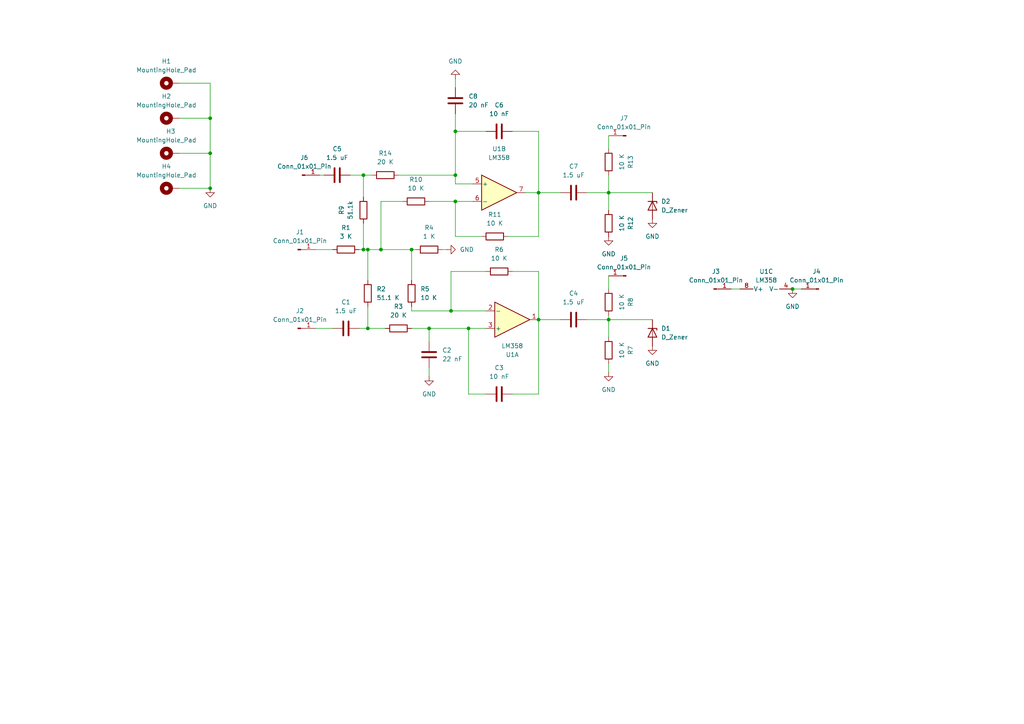
<source format=kicad_sch>
(kicad_sch
	(version 20231120)
	(generator "eeschema")
	(generator_version "8.0")
	(uuid "6f6fc78e-f02b-452d-9c9b-5e130cc7b29e")
	(paper "A4")
	(lib_symbols
		(symbol "Amplifier_Operational:LM358"
			(pin_names
				(offset 0.127)
			)
			(exclude_from_sim no)
			(in_bom yes)
			(on_board yes)
			(property "Reference" "U"
				(at 0 5.08 0)
				(effects
					(font
						(size 1.27 1.27)
					)
					(justify left)
				)
			)
			(property "Value" "LM358"
				(at 0 -5.08 0)
				(effects
					(font
						(size 1.27 1.27)
					)
					(justify left)
				)
			)
			(property "Footprint" ""
				(at 0 0 0)
				(effects
					(font
						(size 1.27 1.27)
					)
					(hide yes)
				)
			)
			(property "Datasheet" "http://www.ti.com/lit/ds/symlink/lm2904-n.pdf"
				(at 0 0 0)
				(effects
					(font
						(size 1.27 1.27)
					)
					(hide yes)
				)
			)
			(property "Description" "Low-Power, Dual Operational Amplifiers, DIP-8/SOIC-8/TO-99-8"
				(at 0 0 0)
				(effects
					(font
						(size 1.27 1.27)
					)
					(hide yes)
				)
			)
			(property "ki_locked" ""
				(at 0 0 0)
				(effects
					(font
						(size 1.27 1.27)
					)
				)
			)
			(property "ki_keywords" "dual opamp"
				(at 0 0 0)
				(effects
					(font
						(size 1.27 1.27)
					)
					(hide yes)
				)
			)
			(property "ki_fp_filters" "SOIC*3.9x4.9mm*P1.27mm* DIP*W7.62mm* TO*99* OnSemi*Micro8* TSSOP*3x3mm*P0.65mm* TSSOP*4.4x3mm*P0.65mm* MSOP*3x3mm*P0.65mm* SSOP*3.9x4.9mm*P0.635mm* LFCSP*2x2mm*P0.5mm* *SIP* SOIC*5.3x6.2mm*P1.27mm*"
				(at 0 0 0)
				(effects
					(font
						(size 1.27 1.27)
					)
					(hide yes)
				)
			)
			(symbol "LM358_1_1"
				(polyline
					(pts
						(xy -5.08 5.08) (xy 5.08 0) (xy -5.08 -5.08) (xy -5.08 5.08)
					)
					(stroke
						(width 0.254)
						(type default)
					)
					(fill
						(type background)
					)
				)
				(pin output line
					(at 7.62 0 180)
					(length 2.54)
					(name "~"
						(effects
							(font
								(size 1.27 1.27)
							)
						)
					)
					(number "1"
						(effects
							(font
								(size 1.27 1.27)
							)
						)
					)
				)
				(pin input line
					(at -7.62 -2.54 0)
					(length 2.54)
					(name "-"
						(effects
							(font
								(size 1.27 1.27)
							)
						)
					)
					(number "2"
						(effects
							(font
								(size 1.27 1.27)
							)
						)
					)
				)
				(pin input line
					(at -7.62 2.54 0)
					(length 2.54)
					(name "+"
						(effects
							(font
								(size 1.27 1.27)
							)
						)
					)
					(number "3"
						(effects
							(font
								(size 1.27 1.27)
							)
						)
					)
				)
			)
			(symbol "LM358_2_1"
				(polyline
					(pts
						(xy -5.08 5.08) (xy 5.08 0) (xy -5.08 -5.08) (xy -5.08 5.08)
					)
					(stroke
						(width 0.254)
						(type default)
					)
					(fill
						(type background)
					)
				)
				(pin input line
					(at -7.62 2.54 0)
					(length 2.54)
					(name "+"
						(effects
							(font
								(size 1.27 1.27)
							)
						)
					)
					(number "5"
						(effects
							(font
								(size 1.27 1.27)
							)
						)
					)
				)
				(pin input line
					(at -7.62 -2.54 0)
					(length 2.54)
					(name "-"
						(effects
							(font
								(size 1.27 1.27)
							)
						)
					)
					(number "6"
						(effects
							(font
								(size 1.27 1.27)
							)
						)
					)
				)
				(pin output line
					(at 7.62 0 180)
					(length 2.54)
					(name "~"
						(effects
							(font
								(size 1.27 1.27)
							)
						)
					)
					(number "7"
						(effects
							(font
								(size 1.27 1.27)
							)
						)
					)
				)
			)
			(symbol "LM358_3_1"
				(pin power_in line
					(at -2.54 -7.62 90)
					(length 3.81)
					(name "V-"
						(effects
							(font
								(size 1.27 1.27)
							)
						)
					)
					(number "4"
						(effects
							(font
								(size 1.27 1.27)
							)
						)
					)
				)
				(pin power_in line
					(at -2.54 7.62 270)
					(length 3.81)
					(name "V+"
						(effects
							(font
								(size 1.27 1.27)
							)
						)
					)
					(number "8"
						(effects
							(font
								(size 1.27 1.27)
							)
						)
					)
				)
			)
		)
		(symbol "Connector:Conn_01x01_Pin"
			(pin_names
				(offset 1.016) hide)
			(exclude_from_sim no)
			(in_bom yes)
			(on_board yes)
			(property "Reference" "J"
				(at 0 2.54 0)
				(effects
					(font
						(size 1.27 1.27)
					)
				)
			)
			(property "Value" "Conn_01x01_Pin"
				(at 0 -2.54 0)
				(effects
					(font
						(size 1.27 1.27)
					)
				)
			)
			(property "Footprint" ""
				(at 0 0 0)
				(effects
					(font
						(size 1.27 1.27)
					)
					(hide yes)
				)
			)
			(property "Datasheet" "~"
				(at 0 0 0)
				(effects
					(font
						(size 1.27 1.27)
					)
					(hide yes)
				)
			)
			(property "Description" "Generic connector, single row, 01x01, script generated"
				(at 0 0 0)
				(effects
					(font
						(size 1.27 1.27)
					)
					(hide yes)
				)
			)
			(property "ki_locked" ""
				(at 0 0 0)
				(effects
					(font
						(size 1.27 1.27)
					)
				)
			)
			(property "ki_keywords" "connector"
				(at 0 0 0)
				(effects
					(font
						(size 1.27 1.27)
					)
					(hide yes)
				)
			)
			(property "ki_fp_filters" "Connector*:*_1x??_*"
				(at 0 0 0)
				(effects
					(font
						(size 1.27 1.27)
					)
					(hide yes)
				)
			)
			(symbol "Conn_01x01_Pin_1_1"
				(polyline
					(pts
						(xy 1.27 0) (xy 0.8636 0)
					)
					(stroke
						(width 0.1524)
						(type default)
					)
					(fill
						(type none)
					)
				)
				(rectangle
					(start 0.8636 0.127)
					(end 0 -0.127)
					(stroke
						(width 0.1524)
						(type default)
					)
					(fill
						(type outline)
					)
				)
				(pin passive line
					(at 5.08 0 180)
					(length 3.81)
					(name "Pin_1"
						(effects
							(font
								(size 1.27 1.27)
							)
						)
					)
					(number "1"
						(effects
							(font
								(size 1.27 1.27)
							)
						)
					)
				)
			)
		)
		(symbol "Device:C"
			(pin_numbers hide)
			(pin_names
				(offset 0.254)
			)
			(exclude_from_sim no)
			(in_bom yes)
			(on_board yes)
			(property "Reference" "C"
				(at 0.635 2.54 0)
				(effects
					(font
						(size 1.27 1.27)
					)
					(justify left)
				)
			)
			(property "Value" "C"
				(at 0.635 -2.54 0)
				(effects
					(font
						(size 1.27 1.27)
					)
					(justify left)
				)
			)
			(property "Footprint" ""
				(at 0.9652 -3.81 0)
				(effects
					(font
						(size 1.27 1.27)
					)
					(hide yes)
				)
			)
			(property "Datasheet" "~"
				(at 0 0 0)
				(effects
					(font
						(size 1.27 1.27)
					)
					(hide yes)
				)
			)
			(property "Description" "Unpolarized capacitor"
				(at 0 0 0)
				(effects
					(font
						(size 1.27 1.27)
					)
					(hide yes)
				)
			)
			(property "ki_keywords" "cap capacitor"
				(at 0 0 0)
				(effects
					(font
						(size 1.27 1.27)
					)
					(hide yes)
				)
			)
			(property "ki_fp_filters" "C_*"
				(at 0 0 0)
				(effects
					(font
						(size 1.27 1.27)
					)
					(hide yes)
				)
			)
			(symbol "C_0_1"
				(polyline
					(pts
						(xy -2.032 -0.762) (xy 2.032 -0.762)
					)
					(stroke
						(width 0.508)
						(type default)
					)
					(fill
						(type none)
					)
				)
				(polyline
					(pts
						(xy -2.032 0.762) (xy 2.032 0.762)
					)
					(stroke
						(width 0.508)
						(type default)
					)
					(fill
						(type none)
					)
				)
			)
			(symbol "C_1_1"
				(pin passive line
					(at 0 3.81 270)
					(length 2.794)
					(name "~"
						(effects
							(font
								(size 1.27 1.27)
							)
						)
					)
					(number "1"
						(effects
							(font
								(size 1.27 1.27)
							)
						)
					)
				)
				(pin passive line
					(at 0 -3.81 90)
					(length 2.794)
					(name "~"
						(effects
							(font
								(size 1.27 1.27)
							)
						)
					)
					(number "2"
						(effects
							(font
								(size 1.27 1.27)
							)
						)
					)
				)
			)
		)
		(symbol "Device:D_Zener"
			(pin_numbers hide)
			(pin_names
				(offset 1.016) hide)
			(exclude_from_sim no)
			(in_bom yes)
			(on_board yes)
			(property "Reference" "D"
				(at 0 2.54 0)
				(effects
					(font
						(size 1.27 1.27)
					)
				)
			)
			(property "Value" "D_Zener"
				(at 0 -2.54 0)
				(effects
					(font
						(size 1.27 1.27)
					)
				)
			)
			(property "Footprint" ""
				(at 0 0 0)
				(effects
					(font
						(size 1.27 1.27)
					)
					(hide yes)
				)
			)
			(property "Datasheet" "~"
				(at 0 0 0)
				(effects
					(font
						(size 1.27 1.27)
					)
					(hide yes)
				)
			)
			(property "Description" "Zener diode"
				(at 0 0 0)
				(effects
					(font
						(size 1.27 1.27)
					)
					(hide yes)
				)
			)
			(property "ki_keywords" "diode"
				(at 0 0 0)
				(effects
					(font
						(size 1.27 1.27)
					)
					(hide yes)
				)
			)
			(property "ki_fp_filters" "TO-???* *_Diode_* *SingleDiode* D_*"
				(at 0 0 0)
				(effects
					(font
						(size 1.27 1.27)
					)
					(hide yes)
				)
			)
			(symbol "D_Zener_0_1"
				(polyline
					(pts
						(xy 1.27 0) (xy -1.27 0)
					)
					(stroke
						(width 0)
						(type default)
					)
					(fill
						(type none)
					)
				)
				(polyline
					(pts
						(xy -1.27 -1.27) (xy -1.27 1.27) (xy -0.762 1.27)
					)
					(stroke
						(width 0.254)
						(type default)
					)
					(fill
						(type none)
					)
				)
				(polyline
					(pts
						(xy 1.27 -1.27) (xy 1.27 1.27) (xy -1.27 0) (xy 1.27 -1.27)
					)
					(stroke
						(width 0.254)
						(type default)
					)
					(fill
						(type none)
					)
				)
			)
			(symbol "D_Zener_1_1"
				(pin passive line
					(at -3.81 0 0)
					(length 2.54)
					(name "K"
						(effects
							(font
								(size 1.27 1.27)
							)
						)
					)
					(number "1"
						(effects
							(font
								(size 1.27 1.27)
							)
						)
					)
				)
				(pin passive line
					(at 3.81 0 180)
					(length 2.54)
					(name "A"
						(effects
							(font
								(size 1.27 1.27)
							)
						)
					)
					(number "2"
						(effects
							(font
								(size 1.27 1.27)
							)
						)
					)
				)
			)
		)
		(symbol "Device:R"
			(pin_numbers hide)
			(pin_names
				(offset 0)
			)
			(exclude_from_sim no)
			(in_bom yes)
			(on_board yes)
			(property "Reference" "R"
				(at 2.032 0 90)
				(effects
					(font
						(size 1.27 1.27)
					)
				)
			)
			(property "Value" "R"
				(at 0 0 90)
				(effects
					(font
						(size 1.27 1.27)
					)
				)
			)
			(property "Footprint" ""
				(at -1.778 0 90)
				(effects
					(font
						(size 1.27 1.27)
					)
					(hide yes)
				)
			)
			(property "Datasheet" "~"
				(at 0 0 0)
				(effects
					(font
						(size 1.27 1.27)
					)
					(hide yes)
				)
			)
			(property "Description" "Resistor"
				(at 0 0 0)
				(effects
					(font
						(size 1.27 1.27)
					)
					(hide yes)
				)
			)
			(property "ki_keywords" "R res resistor"
				(at 0 0 0)
				(effects
					(font
						(size 1.27 1.27)
					)
					(hide yes)
				)
			)
			(property "ki_fp_filters" "R_*"
				(at 0 0 0)
				(effects
					(font
						(size 1.27 1.27)
					)
					(hide yes)
				)
			)
			(symbol "R_0_1"
				(rectangle
					(start -1.016 -2.54)
					(end 1.016 2.54)
					(stroke
						(width 0.254)
						(type default)
					)
					(fill
						(type none)
					)
				)
			)
			(symbol "R_1_1"
				(pin passive line
					(at 0 3.81 270)
					(length 1.27)
					(name "~"
						(effects
							(font
								(size 1.27 1.27)
							)
						)
					)
					(number "1"
						(effects
							(font
								(size 1.27 1.27)
							)
						)
					)
				)
				(pin passive line
					(at 0 -3.81 90)
					(length 1.27)
					(name "~"
						(effects
							(font
								(size 1.27 1.27)
							)
						)
					)
					(number "2"
						(effects
							(font
								(size 1.27 1.27)
							)
						)
					)
				)
			)
		)
		(symbol "Mechanical:MountingHole_Pad"
			(pin_numbers hide)
			(pin_names
				(offset 1.016) hide)
			(exclude_from_sim yes)
			(in_bom no)
			(on_board yes)
			(property "Reference" "H"
				(at 0 6.35 0)
				(effects
					(font
						(size 1.27 1.27)
					)
				)
			)
			(property "Value" "MountingHole_Pad"
				(at 0 4.445 0)
				(effects
					(font
						(size 1.27 1.27)
					)
				)
			)
			(property "Footprint" ""
				(at 0 0 0)
				(effects
					(font
						(size 1.27 1.27)
					)
					(hide yes)
				)
			)
			(property "Datasheet" "~"
				(at 0 0 0)
				(effects
					(font
						(size 1.27 1.27)
					)
					(hide yes)
				)
			)
			(property "Description" "Mounting Hole with connection"
				(at 0 0 0)
				(effects
					(font
						(size 1.27 1.27)
					)
					(hide yes)
				)
			)
			(property "ki_keywords" "mounting hole"
				(at 0 0 0)
				(effects
					(font
						(size 1.27 1.27)
					)
					(hide yes)
				)
			)
			(property "ki_fp_filters" "MountingHole*Pad*"
				(at 0 0 0)
				(effects
					(font
						(size 1.27 1.27)
					)
					(hide yes)
				)
			)
			(symbol "MountingHole_Pad_0_1"
				(circle
					(center 0 1.27)
					(radius 1.27)
					(stroke
						(width 1.27)
						(type default)
					)
					(fill
						(type none)
					)
				)
			)
			(symbol "MountingHole_Pad_1_1"
				(pin input line
					(at 0 -2.54 90)
					(length 2.54)
					(name "1"
						(effects
							(font
								(size 1.27 1.27)
							)
						)
					)
					(number "1"
						(effects
							(font
								(size 1.27 1.27)
							)
						)
					)
				)
			)
		)
		(symbol "power:GND"
			(power)
			(pin_numbers hide)
			(pin_names
				(offset 0) hide)
			(exclude_from_sim no)
			(in_bom yes)
			(on_board yes)
			(property "Reference" "#PWR"
				(at 0 -6.35 0)
				(effects
					(font
						(size 1.27 1.27)
					)
					(hide yes)
				)
			)
			(property "Value" "GND"
				(at 0 -3.81 0)
				(effects
					(font
						(size 1.27 1.27)
					)
				)
			)
			(property "Footprint" ""
				(at 0 0 0)
				(effects
					(font
						(size 1.27 1.27)
					)
					(hide yes)
				)
			)
			(property "Datasheet" ""
				(at 0 0 0)
				(effects
					(font
						(size 1.27 1.27)
					)
					(hide yes)
				)
			)
			(property "Description" "Power symbol creates a global label with name \"GND\" , ground"
				(at 0 0 0)
				(effects
					(font
						(size 1.27 1.27)
					)
					(hide yes)
				)
			)
			(property "ki_keywords" "global power"
				(at 0 0 0)
				(effects
					(font
						(size 1.27 1.27)
					)
					(hide yes)
				)
			)
			(symbol "GND_0_1"
				(polyline
					(pts
						(xy 0 0) (xy 0 -1.27) (xy 1.27 -1.27) (xy 0 -2.54) (xy -1.27 -1.27) (xy 0 -1.27)
					)
					(stroke
						(width 0)
						(type default)
					)
					(fill
						(type none)
					)
				)
			)
			(symbol "GND_1_1"
				(pin power_in line
					(at 0 0 270)
					(length 0)
					(name "~"
						(effects
							(font
								(size 1.27 1.27)
							)
						)
					)
					(number "1"
						(effects
							(font
								(size 1.27 1.27)
							)
						)
					)
				)
			)
		)
	)
	(junction
		(at 135.89 95.25)
		(diameter 0)
		(color 0 0 0 0)
		(uuid "029c5574-c28b-4757-839f-6e2975c67a79")
	)
	(junction
		(at 106.68 95.25)
		(diameter 0)
		(color 0 0 0 0)
		(uuid "1e49056f-2182-4366-8875-e590e36ff391")
	)
	(junction
		(at 60.96 34.29)
		(diameter 0)
		(color 0 0 0 0)
		(uuid "24a7f871-0844-4faf-bd0d-13b398fc383f")
	)
	(junction
		(at 176.53 55.88)
		(diameter 0)
		(color 0 0 0 0)
		(uuid "28b186a7-2134-486c-bdb5-14d54ee9ab24")
	)
	(junction
		(at 106.68 72.39)
		(diameter 0)
		(color 0 0 0 0)
		(uuid "2f31b315-d3b4-4167-9aa7-40f77763f8c5")
	)
	(junction
		(at 130.81 90.17)
		(diameter 0)
		(color 0 0 0 0)
		(uuid "49b4a482-6eef-40cd-bb47-56549dd7aef7")
	)
	(junction
		(at 156.21 55.88)
		(diameter 0)
		(color 0 0 0 0)
		(uuid "4e53d920-cc36-4eaf-9a13-9ba365f5ea49")
	)
	(junction
		(at 229.87 83.82)
		(diameter 0)
		(color 0 0 0 0)
		(uuid "551c220f-fd7a-4d6a-bb79-8df2167cf943")
	)
	(junction
		(at 132.08 58.42)
		(diameter 0)
		(color 0 0 0 0)
		(uuid "5a4cc327-e184-4f8b-abce-5c8631addfb8")
	)
	(junction
		(at 105.41 72.39)
		(diameter 0)
		(color 0 0 0 0)
		(uuid "648b46d0-0633-4817-81ab-5c240432773b")
	)
	(junction
		(at 110.49 72.39)
		(diameter 0)
		(color 0 0 0 0)
		(uuid "6e40df7a-d753-4d90-aa3f-78fc5324e6f2")
	)
	(junction
		(at 60.96 44.45)
		(diameter 0)
		(color 0 0 0 0)
		(uuid "75fabf53-83a4-4064-a7ec-da09ae83b1c9")
	)
	(junction
		(at 105.41 50.8)
		(diameter 0)
		(color 0 0 0 0)
		(uuid "873c38d2-5ad3-4904-b9e6-236ac057bc57")
	)
	(junction
		(at 156.21 92.71)
		(diameter 0)
		(color 0 0 0 0)
		(uuid "89ac328a-6f47-4e06-a194-fc2cbc894caf")
	)
	(junction
		(at 119.38 72.39)
		(diameter 0)
		(color 0 0 0 0)
		(uuid "9116ca3a-bf5a-4451-b4d8-d83721300c23")
	)
	(junction
		(at 132.08 38.1)
		(diameter 0)
		(color 0 0 0 0)
		(uuid "9535a9fe-8f85-467d-bdaf-be54617250d1")
	)
	(junction
		(at 132.08 50.8)
		(diameter 0)
		(color 0 0 0 0)
		(uuid "95c48632-a68c-4006-b4b0-a6b645fa2da2")
	)
	(junction
		(at 60.96 54.61)
		(diameter 0)
		(color 0 0 0 0)
		(uuid "adaca5f9-e144-426e-bb5e-6ca0d9b4b2b1")
	)
	(junction
		(at 124.46 95.25)
		(diameter 0)
		(color 0 0 0 0)
		(uuid "e855ac09-842f-4e58-9973-e55b750b5022")
	)
	(junction
		(at 176.53 92.71)
		(diameter 0)
		(color 0 0 0 0)
		(uuid "eb207259-8925-4f74-944e-1b5069396130")
	)
	(wire
		(pts
			(xy 156.21 38.1) (xy 148.59 38.1)
		)
		(stroke
			(width 0)
			(type default)
		)
		(uuid "008464de-fe0e-4bcf-94fc-0fc6fdc5320d")
	)
	(wire
		(pts
			(xy 176.53 55.88) (xy 189.23 55.88)
		)
		(stroke
			(width 0)
			(type default)
		)
		(uuid "074fe06e-8094-412e-a995-0cd3ecfc0c5a")
	)
	(wire
		(pts
			(xy 119.38 95.25) (xy 124.46 95.25)
		)
		(stroke
			(width 0)
			(type default)
		)
		(uuid "084536e5-c14f-4039-9cf6-13369c70d644")
	)
	(wire
		(pts
			(xy 156.21 55.88) (xy 156.21 38.1)
		)
		(stroke
			(width 0)
			(type default)
		)
		(uuid "0cc1ee40-da0e-4c85-8395-c43bb0700697")
	)
	(wire
		(pts
			(xy 124.46 95.25) (xy 135.89 95.25)
		)
		(stroke
			(width 0)
			(type default)
		)
		(uuid "1585b975-986b-4717-8350-b670a1537069")
	)
	(wire
		(pts
			(xy 130.81 90.17) (xy 130.81 78.74)
		)
		(stroke
			(width 0)
			(type default)
		)
		(uuid "160f4556-8ff5-485c-88c7-5007053bcc7a")
	)
	(wire
		(pts
			(xy 60.96 34.29) (xy 60.96 44.45)
		)
		(stroke
			(width 0)
			(type default)
		)
		(uuid "175de058-b5bb-4d50-8fae-7f93dcd55d97")
	)
	(wire
		(pts
			(xy 115.57 50.8) (xy 132.08 50.8)
		)
		(stroke
			(width 0)
			(type default)
		)
		(uuid "17bc9125-3184-4873-b6b1-57521537c065")
	)
	(wire
		(pts
			(xy 101.6 50.8) (xy 105.41 50.8)
		)
		(stroke
			(width 0)
			(type default)
		)
		(uuid "20613d61-eb29-4d43-8e87-f58b5f3c1189")
	)
	(wire
		(pts
			(xy 91.44 95.25) (xy 96.52 95.25)
		)
		(stroke
			(width 0)
			(type default)
		)
		(uuid "20bd34f7-2451-42b1-a0da-58fa67d2a41f")
	)
	(wire
		(pts
			(xy 156.21 92.71) (xy 156.21 114.3)
		)
		(stroke
			(width 0)
			(type default)
		)
		(uuid "27e05318-0048-450b-8dc2-da689a2e914b")
	)
	(wire
		(pts
			(xy 132.08 22.86) (xy 132.08 25.4)
		)
		(stroke
			(width 0)
			(type default)
		)
		(uuid "2b5d234e-2b42-4bde-a991-9c1c08e04990")
	)
	(wire
		(pts
			(xy 176.53 50.8) (xy 176.53 55.88)
		)
		(stroke
			(width 0)
			(type default)
		)
		(uuid "2b60f705-5796-4534-bb77-f840c2f53815")
	)
	(wire
		(pts
			(xy 170.18 92.71) (xy 176.53 92.71)
		)
		(stroke
			(width 0)
			(type default)
		)
		(uuid "2e5305bd-5f6c-4fdd-9684-f6f5a8251d34")
	)
	(wire
		(pts
			(xy 110.49 72.39) (xy 119.38 72.39)
		)
		(stroke
			(width 0)
			(type default)
		)
		(uuid "376c8c85-07ec-49cd-97f0-d85bd6bf508e")
	)
	(wire
		(pts
			(xy 176.53 105.41) (xy 176.53 107.95)
		)
		(stroke
			(width 0)
			(type default)
		)
		(uuid "3b3d4753-29c7-41ae-9821-6faec831b681")
	)
	(wire
		(pts
			(xy 156.21 55.88) (xy 152.4 55.88)
		)
		(stroke
			(width 0)
			(type default)
		)
		(uuid "42344308-5f2c-4f64-a515-3047044f7943")
	)
	(wire
		(pts
			(xy 176.53 39.37) (xy 176.53 43.18)
		)
		(stroke
			(width 0)
			(type default)
		)
		(uuid "505c7b35-7535-4ef8-8fda-833ef617e01b")
	)
	(wire
		(pts
			(xy 124.46 109.22) (xy 124.46 106.68)
		)
		(stroke
			(width 0)
			(type default)
		)
		(uuid "578f0ec8-3822-448e-9152-29377ac6c450")
	)
	(wire
		(pts
			(xy 52.07 34.29) (xy 60.96 34.29)
		)
		(stroke
			(width 0)
			(type default)
		)
		(uuid "58ad776e-5496-475c-80ef-9637f5f60ab4")
	)
	(wire
		(pts
			(xy 60.96 24.13) (xy 60.96 34.29)
		)
		(stroke
			(width 0)
			(type default)
		)
		(uuid "5a3263f3-46df-46d7-853e-c4ab9ac88002")
	)
	(wire
		(pts
			(xy 105.41 50.8) (xy 105.41 57.15)
		)
		(stroke
			(width 0)
			(type default)
		)
		(uuid "5da18e25-7ce0-41e4-b89c-5a04d7d394d4")
	)
	(wire
		(pts
			(xy 132.08 58.42) (xy 132.08 68.58)
		)
		(stroke
			(width 0)
			(type default)
		)
		(uuid "62b48f98-0f4f-4d56-90c3-9f6643b5727f")
	)
	(wire
		(pts
			(xy 124.46 95.25) (xy 124.46 99.06)
		)
		(stroke
			(width 0)
			(type default)
		)
		(uuid "6ecd1817-9fcf-477a-8b19-377cb772d3d9")
	)
	(wire
		(pts
			(xy 92.71 50.8) (xy 93.98 50.8)
		)
		(stroke
			(width 0)
			(type default)
		)
		(uuid "7016b20f-793c-4d33-aeb6-400f7cdf4e3b")
	)
	(wire
		(pts
			(xy 52.07 44.45) (xy 60.96 44.45)
		)
		(stroke
			(width 0)
			(type default)
		)
		(uuid "71e3bf9e-7e27-465b-af57-e71680ba7dc9")
	)
	(wire
		(pts
			(xy 176.53 80.01) (xy 176.53 83.82)
		)
		(stroke
			(width 0)
			(type default)
		)
		(uuid "72fa2e26-decc-4f84-a655-f2b087dd2ecf")
	)
	(wire
		(pts
			(xy 156.21 92.71) (xy 162.56 92.71)
		)
		(stroke
			(width 0)
			(type default)
		)
		(uuid "73245677-b7db-4e91-b635-68afb6cf1ad6")
	)
	(wire
		(pts
			(xy 110.49 58.42) (xy 116.84 58.42)
		)
		(stroke
			(width 0)
			(type default)
		)
		(uuid "76775408-1395-488f-a9ef-37c67c9f5132")
	)
	(wire
		(pts
			(xy 52.07 24.13) (xy 60.96 24.13)
		)
		(stroke
			(width 0)
			(type default)
		)
		(uuid "7893c0be-c18b-40d2-93f1-5ecc268d412d")
	)
	(wire
		(pts
			(xy 135.89 95.25) (xy 140.97 95.25)
		)
		(stroke
			(width 0)
			(type default)
		)
		(uuid "7b260a32-f312-4cb2-8485-1415019251ed")
	)
	(wire
		(pts
			(xy 156.21 55.88) (xy 162.56 55.88)
		)
		(stroke
			(width 0)
			(type default)
		)
		(uuid "7f24cd7a-584e-467c-8c0d-ebe736637aa0")
	)
	(wire
		(pts
			(xy 91.44 72.39) (xy 96.52 72.39)
		)
		(stroke
			(width 0)
			(type default)
		)
		(uuid "830a4e55-5357-4679-9724-993157aba3ab")
	)
	(wire
		(pts
			(xy 156.21 78.74) (xy 156.21 92.71)
		)
		(stroke
			(width 0)
			(type default)
		)
		(uuid "87b4f79a-5e91-4db3-82bc-ab6f6858437c")
	)
	(wire
		(pts
			(xy 60.96 44.45) (xy 60.96 54.61)
		)
		(stroke
			(width 0)
			(type default)
		)
		(uuid "895e3081-9fdb-46a2-b6b6-026a6a0c4b1f")
	)
	(wire
		(pts
			(xy 128.27 72.39) (xy 129.54 72.39)
		)
		(stroke
			(width 0)
			(type default)
		)
		(uuid "8d338c01-0d8e-41cd-aa85-1cc114f43721")
	)
	(wire
		(pts
			(xy 176.53 92.71) (xy 176.53 97.79)
		)
		(stroke
			(width 0)
			(type default)
		)
		(uuid "8def38ae-94d0-48bd-801e-9a8829952eb6")
	)
	(wire
		(pts
			(xy 176.53 91.44) (xy 176.53 92.71)
		)
		(stroke
			(width 0)
			(type default)
		)
		(uuid "8f522f63-66f9-4802-a42f-9fd52e0cc213")
	)
	(wire
		(pts
			(xy 119.38 90.17) (xy 130.81 90.17)
		)
		(stroke
			(width 0)
			(type default)
		)
		(uuid "971af586-26ab-4dec-9408-bf3fcbc4c3cb")
	)
	(wire
		(pts
			(xy 106.68 72.39) (xy 106.68 81.28)
		)
		(stroke
			(width 0)
			(type default)
		)
		(uuid "97297a7c-189e-49f1-92fe-8c640138554a")
	)
	(wire
		(pts
			(xy 132.08 58.42) (xy 137.16 58.42)
		)
		(stroke
			(width 0)
			(type default)
		)
		(uuid "9c1e74b6-4d8a-4d3a-b9e5-3a42a0dc2648")
	)
	(wire
		(pts
			(xy 137.16 53.34) (xy 132.08 53.34)
		)
		(stroke
			(width 0)
			(type default)
		)
		(uuid "a037a11c-7d66-46ae-a606-e4e5a5f72e4d")
	)
	(wire
		(pts
			(xy 105.41 50.8) (xy 107.95 50.8)
		)
		(stroke
			(width 0)
			(type default)
		)
		(uuid "a0b80442-0be6-479b-a712-2c30a8cbc509")
	)
	(wire
		(pts
			(xy 212.09 83.82) (xy 214.63 83.82)
		)
		(stroke
			(width 0)
			(type default)
		)
		(uuid "a6761519-8235-4c28-8d45-f088d779910c")
	)
	(wire
		(pts
			(xy 130.81 90.17) (xy 140.97 90.17)
		)
		(stroke
			(width 0)
			(type default)
		)
		(uuid "a6b00834-06ca-44b0-8479-d9437f6d90e6")
	)
	(wire
		(pts
			(xy 148.59 114.3) (xy 156.21 114.3)
		)
		(stroke
			(width 0)
			(type default)
		)
		(uuid "a88eaf17-f904-45f3-aeb7-dc0794b2cf4d")
	)
	(wire
		(pts
			(xy 119.38 90.17) (xy 119.38 88.9)
		)
		(stroke
			(width 0)
			(type default)
		)
		(uuid "aa7c9525-9109-4933-b090-0fe7b4643e9e")
	)
	(wire
		(pts
			(xy 132.08 33.02) (xy 132.08 38.1)
		)
		(stroke
			(width 0)
			(type default)
		)
		(uuid "ab4befe2-3e56-4c81-aa48-7d5763180a14")
	)
	(wire
		(pts
			(xy 110.49 72.39) (xy 110.49 58.42)
		)
		(stroke
			(width 0)
			(type default)
		)
		(uuid "add35b72-2af6-42ab-b018-fc6299a921af")
	)
	(wire
		(pts
			(xy 104.14 72.39) (xy 105.41 72.39)
		)
		(stroke
			(width 0)
			(type default)
		)
		(uuid "b1edf064-d1cb-4bdd-9276-23acef4eaa32")
	)
	(wire
		(pts
			(xy 176.53 92.71) (xy 189.23 92.71)
		)
		(stroke
			(width 0)
			(type default)
		)
		(uuid "b3d36aa3-69a8-4fd1-aac9-86c4a35968c4")
	)
	(wire
		(pts
			(xy 52.07 54.61) (xy 60.96 54.61)
		)
		(stroke
			(width 0)
			(type default)
		)
		(uuid "b47ee21e-9b99-4978-b880-555119dfe7eb")
	)
	(wire
		(pts
			(xy 104.14 95.25) (xy 106.68 95.25)
		)
		(stroke
			(width 0)
			(type default)
		)
		(uuid "b8e9a8d3-0a83-4fd9-8a20-7a1c764da8c9")
	)
	(wire
		(pts
			(xy 120.65 72.39) (xy 119.38 72.39)
		)
		(stroke
			(width 0)
			(type default)
		)
		(uuid "b97b216e-4af2-453c-8e80-fc830fa737b0")
	)
	(wire
		(pts
			(xy 232.41 83.82) (xy 229.87 83.82)
		)
		(stroke
			(width 0)
			(type default)
		)
		(uuid "bcff8279-8e2c-4ba7-b1de-f8dd2d12343f")
	)
	(wire
		(pts
			(xy 105.41 72.39) (xy 106.68 72.39)
		)
		(stroke
			(width 0)
			(type default)
		)
		(uuid "bec83632-3062-4743-8fb3-693758921b74")
	)
	(wire
		(pts
			(xy 148.59 78.74) (xy 156.21 78.74)
		)
		(stroke
			(width 0)
			(type default)
		)
		(uuid "c74d7b0f-e6f6-4492-87a7-8d373c234130")
	)
	(wire
		(pts
			(xy 135.89 95.25) (xy 135.89 114.3)
		)
		(stroke
			(width 0)
			(type default)
		)
		(uuid "c7b22919-b40a-41c8-ac6e-3113fc412eff")
	)
	(wire
		(pts
			(xy 106.68 88.9) (xy 106.68 95.25)
		)
		(stroke
			(width 0)
			(type default)
		)
		(uuid "ca966f95-a864-44b2-9539-dc540b474a49")
	)
	(wire
		(pts
			(xy 132.08 38.1) (xy 140.97 38.1)
		)
		(stroke
			(width 0)
			(type default)
		)
		(uuid "d722faf7-6dda-4e5d-b905-7a8e3483074f")
	)
	(wire
		(pts
			(xy 132.08 38.1) (xy 132.08 50.8)
		)
		(stroke
			(width 0)
			(type default)
		)
		(uuid "dbebf40f-2060-409a-8545-eecede4fc179")
	)
	(wire
		(pts
			(xy 106.68 95.25) (xy 111.76 95.25)
		)
		(stroke
			(width 0)
			(type default)
		)
		(uuid "df624f5d-a04f-4f3f-b4bd-f487d51361de")
	)
	(wire
		(pts
			(xy 135.89 114.3) (xy 140.97 114.3)
		)
		(stroke
			(width 0)
			(type default)
		)
		(uuid "df78f3eb-b9b9-4bde-b3a8-d468bb2e3877")
	)
	(wire
		(pts
			(xy 170.18 55.88) (xy 176.53 55.88)
		)
		(stroke
			(width 0)
			(type default)
		)
		(uuid "dfae7777-b302-4f6b-ae5b-dada2ff684ae")
	)
	(wire
		(pts
			(xy 132.08 50.8) (xy 132.08 53.34)
		)
		(stroke
			(width 0)
			(type default)
		)
		(uuid "e36e157b-8d1d-4d84-b055-166a505e3418")
	)
	(wire
		(pts
			(xy 119.38 72.39) (xy 119.38 81.28)
		)
		(stroke
			(width 0)
			(type default)
		)
		(uuid "e499e0a9-761e-457a-aff0-9196455cd2c1")
	)
	(wire
		(pts
			(xy 147.32 68.58) (xy 156.21 68.58)
		)
		(stroke
			(width 0)
			(type default)
		)
		(uuid "e88a0c0a-eff0-4f2a-a898-aade8938bd1c")
	)
	(wire
		(pts
			(xy 124.46 58.42) (xy 132.08 58.42)
		)
		(stroke
			(width 0)
			(type default)
		)
		(uuid "ecd4562c-5493-4ee4-aaf1-422e56815b31")
	)
	(wire
		(pts
			(xy 156.21 68.58) (xy 156.21 55.88)
		)
		(stroke
			(width 0)
			(type default)
		)
		(uuid "f17b3431-10ff-4594-997d-d38c220bee69")
	)
	(wire
		(pts
			(xy 130.81 78.74) (xy 140.97 78.74)
		)
		(stroke
			(width 0)
			(type default)
		)
		(uuid "f1cf6361-8031-4f11-b220-8a497850290d")
	)
	(wire
		(pts
			(xy 106.68 72.39) (xy 110.49 72.39)
		)
		(stroke
			(width 0)
			(type default)
		)
		(uuid "f35cfb8f-e891-41c3-b51f-2dd33f34b037")
	)
	(wire
		(pts
			(xy 176.53 55.88) (xy 176.53 60.96)
		)
		(stroke
			(width 0)
			(type default)
		)
		(uuid "f39d2bad-ddeb-4e6e-bfbb-e2930210b7fa")
	)
	(wire
		(pts
			(xy 132.08 68.58) (xy 139.7 68.58)
		)
		(stroke
			(width 0)
			(type default)
		)
		(uuid "f6d391b2-ced8-42d8-8521-d8ef035ace13")
	)
	(wire
		(pts
			(xy 105.41 64.77) (xy 105.41 72.39)
		)
		(stroke
			(width 0)
			(type default)
		)
		(uuid "f8412506-6ea0-41ba-874a-a56a2de3196f")
	)
	(symbol
		(lib_id "Device:R")
		(at 176.53 87.63 0)
		(unit 1)
		(exclude_from_sim no)
		(in_bom yes)
		(on_board yes)
		(dnp no)
		(uuid "01c087ce-c5a1-44c4-9db5-4ee0fe7d831d")
		(property "Reference" "R8"
			(at 182.88 87.63 90)
			(effects
				(font
					(size 1.27 1.27)
				)
			)
		)
		(property "Value" "10 K"
			(at 180.34 87.63 90)
			(effects
				(font
					(size 1.27 1.27)
				)
			)
		)
		(property "Footprint" "Resistor_THT:R_Axial_DIN0207_L6.3mm_D2.5mm_P10.16mm_Horizontal"
			(at 174.752 87.63 90)
			(effects
				(font
					(size 1.27 1.27)
				)
				(hide yes)
			)
		)
		(property "Datasheet" "~"
			(at 176.53 87.63 0)
			(effects
				(font
					(size 1.27 1.27)
				)
				(hide yes)
			)
		)
		(property "Description" "Resistor"
			(at 176.53 87.63 0)
			(effects
				(font
					(size 1.27 1.27)
				)
				(hide yes)
			)
		)
		(pin "1"
			(uuid "0c3fa6a6-b061-4512-b48c-9170fef48d44")
		)
		(pin "2"
			(uuid "1c281fcf-f0fa-4f35-af1c-b5564f73a645")
		)
		(instances
			(project "LPF-v2"
				(path "/6f6fc78e-f02b-452d-9c9b-5e130cc7b29e"
					(reference "R8")
					(unit 1)
				)
			)
		)
	)
	(symbol
		(lib_id "Connector:Conn_01x01_Pin")
		(at 86.36 95.25 0)
		(unit 1)
		(exclude_from_sim no)
		(in_bom yes)
		(on_board yes)
		(dnp no)
		(fields_autoplaced yes)
		(uuid "0980c80a-e2e0-4622-89de-ca1ff9f43fdc")
		(property "Reference" "J2"
			(at 86.995 90.17 0)
			(effects
				(font
					(size 1.27 1.27)
				)
			)
		)
		(property "Value" "Conn_01x01_Pin"
			(at 86.995 92.71 0)
			(effects
				(font
					(size 1.27 1.27)
				)
			)
		)
		(property "Footprint" "Connector_PinHeader_2.54mm:PinHeader_1x01_P2.54mm_Vertical"
			(at 86.36 95.25 0)
			(effects
				(font
					(size 1.27 1.27)
				)
				(hide yes)
			)
		)
		(property "Datasheet" "~"
			(at 86.36 95.25 0)
			(effects
				(font
					(size 1.27 1.27)
				)
				(hide yes)
			)
		)
		(property "Description" "Generic connector, single row, 01x01, script generated"
			(at 86.36 95.25 0)
			(effects
				(font
					(size 1.27 1.27)
				)
				(hide yes)
			)
		)
		(pin "1"
			(uuid "ccba4ae3-cc5c-4db3-ad88-163e1e9d7dc5")
		)
		(instances
			(project "LPF_Rough_Draft"
				(path "/6f6fc78e-f02b-452d-9c9b-5e130cc7b29e"
					(reference "J2")
					(unit 1)
				)
			)
		)
	)
	(symbol
		(lib_id "Device:D_Zener")
		(at 189.23 59.69 270)
		(unit 1)
		(exclude_from_sim no)
		(in_bom yes)
		(on_board yes)
		(dnp no)
		(fields_autoplaced yes)
		(uuid "0e4a4e00-774e-4cc3-b15b-c642625dc5a0")
		(property "Reference" "D2"
			(at 191.77 58.4199 90)
			(effects
				(font
					(size 1.27 1.27)
				)
				(justify left)
			)
		)
		(property "Value" "D_Zener"
			(at 191.77 60.9599 90)
			(effects
				(font
					(size 1.27 1.27)
				)
				(justify left)
			)
		)
		(property "Footprint" "Diode_THT:D_A-405_P10.16mm_Horizontal"
			(at 189.23 59.69 0)
			(effects
				(font
					(size 1.27 1.27)
				)
				(hide yes)
			)
		)
		(property "Datasheet" "~"
			(at 189.23 59.69 0)
			(effects
				(font
					(size 1.27 1.27)
				)
				(hide yes)
			)
		)
		(property "Description" "Zener diode"
			(at 189.23 59.69 0)
			(effects
				(font
					(size 1.27 1.27)
				)
				(hide yes)
			)
		)
		(pin "1"
			(uuid "d5653664-b942-45bc-bdc9-260a955dc7df")
		)
		(pin "2"
			(uuid "ee00313c-58bd-4609-8d50-59d9b76323f0")
		)
		(instances
			(project ""
				(path "/6f6fc78e-f02b-452d-9c9b-5e130cc7b29e"
					(reference "D2")
					(unit 1)
				)
			)
		)
	)
	(symbol
		(lib_id "Device:R")
		(at 124.46 72.39 90)
		(unit 1)
		(exclude_from_sim no)
		(in_bom yes)
		(on_board yes)
		(dnp no)
		(uuid "0f5a6681-c7f3-4c0f-8701-ec2d9ac76e5c")
		(property "Reference" "R4"
			(at 124.46 66.04 90)
			(effects
				(font
					(size 1.27 1.27)
				)
			)
		)
		(property "Value" "1 K"
			(at 124.46 68.58 90)
			(effects
				(font
					(size 1.27 1.27)
				)
			)
		)
		(property "Footprint" "Resistor_THT:R_Axial_DIN0207_L6.3mm_D2.5mm_P10.16mm_Horizontal"
			(at 124.46 74.168 90)
			(effects
				(font
					(size 1.27 1.27)
				)
				(hide yes)
			)
		)
		(property "Datasheet" "~"
			(at 124.46 72.39 0)
			(effects
				(font
					(size 1.27 1.27)
				)
				(hide yes)
			)
		)
		(property "Description" "Resistor"
			(at 124.46 72.39 0)
			(effects
				(font
					(size 1.27 1.27)
				)
				(hide yes)
			)
		)
		(pin "1"
			(uuid "f5b2156d-511a-44ca-b415-1f9934b6ab3b")
		)
		(pin "2"
			(uuid "73957d90-55bb-4623-99a9-c2ab88ccd603")
		)
		(instances
			(project "LPF_Rough_Draft"
				(path "/6f6fc78e-f02b-452d-9c9b-5e130cc7b29e"
					(reference "R4")
					(unit 1)
				)
			)
		)
	)
	(symbol
		(lib_id "Mechanical:MountingHole_Pad")
		(at 49.53 44.45 90)
		(unit 1)
		(exclude_from_sim yes)
		(in_bom no)
		(on_board yes)
		(dnp no)
		(uuid "115bd1cc-08ec-409a-b535-5f000002608e")
		(property "Reference" "H3"
			(at 49.53 38.1 90)
			(effects
				(font
					(size 1.27 1.27)
				)
			)
		)
		(property "Value" "MountingHole_Pad"
			(at 48.26 40.64 90)
			(effects
				(font
					(size 1.27 1.27)
				)
			)
		)
		(property "Footprint" "MountingHole:MountingHole_3.2mm_M3_DIN965_Pad_TopBottom"
			(at 49.53 44.45 0)
			(effects
				(font
					(size 1.27 1.27)
				)
				(hide yes)
			)
		)
		(property "Datasheet" "~"
			(at 49.53 44.45 0)
			(effects
				(font
					(size 1.27 1.27)
				)
				(hide yes)
			)
		)
		(property "Description" "Mounting Hole with connection"
			(at 49.53 44.45 0)
			(effects
				(font
					(size 1.27 1.27)
				)
				(hide yes)
			)
		)
		(pin "1"
			(uuid "4dd58dc1-a182-4d40-abf7-c328f4a20632")
		)
		(instances
			(project "LPF_Rough_Draft"
				(path "/6f6fc78e-f02b-452d-9c9b-5e130cc7b29e"
					(reference "H3")
					(unit 1)
				)
			)
		)
	)
	(symbol
		(lib_id "Amplifier_Operational:LM358")
		(at 222.25 81.28 90)
		(unit 3)
		(exclude_from_sim no)
		(in_bom yes)
		(on_board yes)
		(dnp no)
		(fields_autoplaced yes)
		(uuid "12bfef53-8000-495b-83fc-d1ccbb619d18")
		(property "Reference" "U1"
			(at 222.25 78.74 90)
			(effects
				(font
					(size 1.27 1.27)
				)
			)
		)
		(property "Value" "LM358"
			(at 222.25 81.28 90)
			(effects
				(font
					(size 1.27 1.27)
				)
			)
		)
		(property "Footprint" "Package_DIP:DIP-8_W7.62mm"
			(at 222.25 81.28 0)
			(effects
				(font
					(size 1.27 1.27)
				)
				(hide yes)
			)
		)
		(property "Datasheet" "http://www.ti.com/lit/ds/symlink/lm2904-n.pdf"
			(at 222.25 81.28 0)
			(effects
				(font
					(size 1.27 1.27)
				)
				(hide yes)
			)
		)
		(property "Description" "Low-Power, Dual Operational Amplifiers, DIP-8/SOIC-8/TO-99-8"
			(at 222.25 81.28 0)
			(effects
				(font
					(size 1.27 1.27)
				)
				(hide yes)
			)
		)
		(pin "1"
			(uuid "66c61b0e-07df-4c6d-85d2-71207eeb6c54")
		)
		(pin "5"
			(uuid "cab21e97-5c4a-4f78-888e-bbd8c3acfd4c")
		)
		(pin "6"
			(uuid "54e201fe-557d-4f0b-ac75-488f572544e1")
		)
		(pin "4"
			(uuid "3435ced7-1570-4756-929a-185ce784116d")
		)
		(pin "8"
			(uuid "b54aa1f4-f03a-4522-b336-c645b1de0748")
		)
		(pin "7"
			(uuid "73d85656-f3bb-434a-a359-d27b9e284561")
		)
		(pin "2"
			(uuid "9e7564f4-d1a8-4973-b02d-abb4db7d41c7")
		)
		(pin "3"
			(uuid "39c914c4-583d-49eb-add2-f9266cc1d1a0")
		)
		(instances
			(project ""
				(path "/6f6fc78e-f02b-452d-9c9b-5e130cc7b29e"
					(reference "U1")
					(unit 3)
				)
			)
		)
	)
	(symbol
		(lib_id "Device:R")
		(at 106.68 85.09 0)
		(unit 1)
		(exclude_from_sim no)
		(in_bom yes)
		(on_board yes)
		(dnp no)
		(fields_autoplaced yes)
		(uuid "143c4264-7972-4a53-83d0-63d1cc6aedb5")
		(property "Reference" "R2"
			(at 109.22 83.8199 0)
			(effects
				(font
					(size 1.27 1.27)
				)
				(justify left)
			)
		)
		(property "Value" "51.1 K"
			(at 109.22 86.3599 0)
			(effects
				(font
					(size 1.27 1.27)
				)
				(justify left)
			)
		)
		(property "Footprint" "Resistor_THT:R_Axial_DIN0207_L6.3mm_D2.5mm_P10.16mm_Horizontal"
			(at 104.902 85.09 90)
			(effects
				(font
					(size 1.27 1.27)
				)
				(hide yes)
			)
		)
		(property "Datasheet" "~"
			(at 106.68 85.09 0)
			(effects
				(font
					(size 1.27 1.27)
				)
				(hide yes)
			)
		)
		(property "Description" "Resistor"
			(at 106.68 85.09 0)
			(effects
				(font
					(size 1.27 1.27)
				)
				(hide yes)
			)
		)
		(pin "1"
			(uuid "dd8f1996-23f7-4016-8f4e-e56f89b3f590")
		)
		(pin "2"
			(uuid "e1e12c7c-9adf-43ab-9303-7a58f1e23f51")
		)
		(instances
			(project "LPF_Rough_Draft"
				(path "/6f6fc78e-f02b-452d-9c9b-5e130cc7b29e"
					(reference "R2")
					(unit 1)
				)
			)
		)
	)
	(symbol
		(lib_id "power:GND")
		(at 124.46 109.22 0)
		(unit 1)
		(exclude_from_sim no)
		(in_bom yes)
		(on_board yes)
		(dnp no)
		(fields_autoplaced yes)
		(uuid "16682d95-8a74-423c-8808-cd8517c6d9a4")
		(property "Reference" "#PWR02"
			(at 124.46 115.57 0)
			(effects
				(font
					(size 1.27 1.27)
				)
				(hide yes)
			)
		)
		(property "Value" "GND"
			(at 124.46 114.3 0)
			(effects
				(font
					(size 1.27 1.27)
				)
			)
		)
		(property "Footprint" ""
			(at 124.46 109.22 0)
			(effects
				(font
					(size 1.27 1.27)
				)
				(hide yes)
			)
		)
		(property "Datasheet" ""
			(at 124.46 109.22 0)
			(effects
				(font
					(size 1.27 1.27)
				)
				(hide yes)
			)
		)
		(property "Description" "Power symbol creates a global label with name \"GND\" , ground"
			(at 124.46 109.22 0)
			(effects
				(font
					(size 1.27 1.27)
				)
				(hide yes)
			)
		)
		(pin "1"
			(uuid "da46bffc-274f-4cb1-95a5-fe46a9525957")
		)
		(instances
			(project "LPF_Rough_Draft"
				(path "/6f6fc78e-f02b-452d-9c9b-5e130cc7b29e"
					(reference "#PWR02")
					(unit 1)
				)
			)
		)
	)
	(symbol
		(lib_id "Mechanical:MountingHole_Pad")
		(at 49.53 24.13 90)
		(unit 1)
		(exclude_from_sim yes)
		(in_bom no)
		(on_board yes)
		(dnp no)
		(fields_autoplaced yes)
		(uuid "18da285e-8368-44fe-b2a7-66fa2198570e")
		(property "Reference" "H1"
			(at 48.26 17.78 90)
			(effects
				(font
					(size 1.27 1.27)
				)
			)
		)
		(property "Value" "MountingHole_Pad"
			(at 48.26 20.32 90)
			(effects
				(font
					(size 1.27 1.27)
				)
			)
		)
		(property "Footprint" "MountingHole:MountingHole_3.2mm_M3_DIN965_Pad_TopBottom"
			(at 49.53 24.13 0)
			(effects
				(font
					(size 1.27 1.27)
				)
				(hide yes)
			)
		)
		(property "Datasheet" "~"
			(at 49.53 24.13 0)
			(effects
				(font
					(size 1.27 1.27)
				)
				(hide yes)
			)
		)
		(property "Description" "Mounting Hole with connection"
			(at 49.53 24.13 0)
			(effects
				(font
					(size 1.27 1.27)
				)
				(hide yes)
			)
		)
		(pin "1"
			(uuid "3f8b1bda-031d-484b-b5a9-e120174477a4")
		)
		(instances
			(project "LPF_Rough_Draft"
				(path "/6f6fc78e-f02b-452d-9c9b-5e130cc7b29e"
					(reference "H1")
					(unit 1)
				)
			)
		)
	)
	(symbol
		(lib_id "Device:R")
		(at 176.53 101.6 0)
		(unit 1)
		(exclude_from_sim no)
		(in_bom yes)
		(on_board yes)
		(dnp no)
		(uuid "203c1196-9fb6-40c4-82b7-16328ed8a10b")
		(property "Reference" "R7"
			(at 182.88 101.6 90)
			(effects
				(font
					(size 1.27 1.27)
				)
			)
		)
		(property "Value" "10 K"
			(at 180.34 101.6 90)
			(effects
				(font
					(size 1.27 1.27)
				)
			)
		)
		(property "Footprint" "Resistor_THT:R_Axial_DIN0207_L6.3mm_D2.5mm_P10.16mm_Horizontal"
			(at 174.752 101.6 90)
			(effects
				(font
					(size 1.27 1.27)
				)
				(hide yes)
			)
		)
		(property "Datasheet" "~"
			(at 176.53 101.6 0)
			(effects
				(font
					(size 1.27 1.27)
				)
				(hide yes)
			)
		)
		(property "Description" "Resistor"
			(at 176.53 101.6 0)
			(effects
				(font
					(size 1.27 1.27)
				)
				(hide yes)
			)
		)
		(pin "1"
			(uuid "8c17f58c-7f33-49d5-ab89-b7610fa8abc9")
		)
		(pin "2"
			(uuid "01b2b72d-e5f4-424e-a305-68006e0b34f8")
		)
		(instances
			(project "LPF-v2"
				(path "/6f6fc78e-f02b-452d-9c9b-5e130cc7b29e"
					(reference "R7")
					(unit 1)
				)
			)
		)
	)
	(symbol
		(lib_id "power:GND")
		(at 132.08 22.86 180)
		(unit 1)
		(exclude_from_sim no)
		(in_bom yes)
		(on_board yes)
		(dnp no)
		(fields_autoplaced yes)
		(uuid "230b6f9b-fd93-4c01-91d3-eb27fca699ad")
		(property "Reference" "#PWR04"
			(at 132.08 16.51 0)
			(effects
				(font
					(size 1.27 1.27)
				)
				(hide yes)
			)
		)
		(property "Value" "GND"
			(at 132.08 17.78 0)
			(effects
				(font
					(size 1.27 1.27)
				)
			)
		)
		(property "Footprint" ""
			(at 132.08 22.86 0)
			(effects
				(font
					(size 1.27 1.27)
				)
				(hide yes)
			)
		)
		(property "Datasheet" ""
			(at 132.08 22.86 0)
			(effects
				(font
					(size 1.27 1.27)
				)
				(hide yes)
			)
		)
		(property "Description" "Power symbol creates a global label with name \"GND\" , ground"
			(at 132.08 22.86 0)
			(effects
				(font
					(size 1.27 1.27)
				)
				(hide yes)
			)
		)
		(pin "1"
			(uuid "610868db-f8e4-47d9-8609-401300954850")
		)
		(instances
			(project ""
				(path "/6f6fc78e-f02b-452d-9c9b-5e130cc7b29e"
					(reference "#PWR04")
					(unit 1)
				)
			)
		)
	)
	(symbol
		(lib_id "power:GND")
		(at 176.53 68.58 0)
		(unit 1)
		(exclude_from_sim no)
		(in_bom yes)
		(on_board yes)
		(dnp no)
		(fields_autoplaced yes)
		(uuid "2635f573-30cf-4c25-8c07-7f29cc924d50")
		(property "Reference" "#PWR05"
			(at 176.53 74.93 0)
			(effects
				(font
					(size 1.27 1.27)
				)
				(hide yes)
			)
		)
		(property "Value" "GND"
			(at 176.53 73.66 0)
			(effects
				(font
					(size 1.27 1.27)
				)
			)
		)
		(property "Footprint" ""
			(at 176.53 68.58 0)
			(effects
				(font
					(size 1.27 1.27)
				)
				(hide yes)
			)
		)
		(property "Datasheet" ""
			(at 176.53 68.58 0)
			(effects
				(font
					(size 1.27 1.27)
				)
				(hide yes)
			)
		)
		(property "Description" "Power symbol creates a global label with name \"GND\" , ground"
			(at 176.53 68.58 0)
			(effects
				(font
					(size 1.27 1.27)
				)
				(hide yes)
			)
		)
		(pin "1"
			(uuid "b9e77df1-c5de-4a52-afce-108d6d01925b")
		)
		(instances
			(project "LPF-v2"
				(path "/6f6fc78e-f02b-452d-9c9b-5e130cc7b29e"
					(reference "#PWR05")
					(unit 1)
				)
			)
		)
	)
	(symbol
		(lib_id "Device:C")
		(at 166.37 55.88 90)
		(unit 1)
		(exclude_from_sim no)
		(in_bom yes)
		(on_board yes)
		(dnp no)
		(fields_autoplaced yes)
		(uuid "2b254858-ecf6-46f1-8883-e3bbbbeb2e0b")
		(property "Reference" "C7"
			(at 166.37 48.26 90)
			(effects
				(font
					(size 1.27 1.27)
				)
			)
		)
		(property "Value" "1.5 uF"
			(at 166.37 50.8 90)
			(effects
				(font
					(size 1.27 1.27)
				)
			)
		)
		(property "Footprint" "Capacitor_THT:C_Rect_L7.2mm_W5.5mm_P5.00mm_FKS2_FKP2_MKS2_MKP2"
			(at 170.18 54.9148 0)
			(effects
				(font
					(size 1.27 1.27)
				)
				(hide yes)
			)
		)
		(property "Datasheet" "~"
			(at 166.37 55.88 0)
			(effects
				(font
					(size 1.27 1.27)
				)
				(hide yes)
			)
		)
		(property "Description" "Unpolarized capacitor"
			(at 166.37 55.88 0)
			(effects
				(font
					(size 1.27 1.27)
				)
				(hide yes)
			)
		)
		(pin "1"
			(uuid "e4f1dc45-9581-44e7-adc5-1d4be8356e30")
		)
		(pin "2"
			(uuid "abbc46bd-2da4-44b5-b364-d7ac16031264")
		)
		(instances
			(project "LPF-v2"
				(path "/6f6fc78e-f02b-452d-9c9b-5e130cc7b29e"
					(reference "C7")
					(unit 1)
				)
			)
		)
	)
	(symbol
		(lib_id "Mechanical:MountingHole_Pad")
		(at 49.53 54.61 90)
		(unit 1)
		(exclude_from_sim yes)
		(in_bom no)
		(on_board yes)
		(dnp no)
		(fields_autoplaced yes)
		(uuid "2b5f1067-47ba-4a08-904b-56f44fafd1c1")
		(property "Reference" "H4"
			(at 48.26 48.26 90)
			(effects
				(font
					(size 1.27 1.27)
				)
			)
		)
		(property "Value" "MountingHole_Pad"
			(at 48.26 50.8 90)
			(effects
				(font
					(size 1.27 1.27)
				)
			)
		)
		(property "Footprint" "MountingHole:MountingHole_3.2mm_M3_DIN965_Pad_TopBottom"
			(at 49.53 54.61 0)
			(effects
				(font
					(size 1.27 1.27)
				)
				(hide yes)
			)
		)
		(property "Datasheet" "~"
			(at 49.53 54.61 0)
			(effects
				(font
					(size 1.27 1.27)
				)
				(hide yes)
			)
		)
		(property "Description" "Mounting Hole with connection"
			(at 49.53 54.61 0)
			(effects
				(font
					(size 1.27 1.27)
				)
				(hide yes)
			)
		)
		(pin "1"
			(uuid "35ce6720-07d0-4605-9124-ce5209c8df56")
		)
		(instances
			(project "LPF_Rough_Draft"
				(path "/6f6fc78e-f02b-452d-9c9b-5e130cc7b29e"
					(reference "H4")
					(unit 1)
				)
			)
		)
	)
	(symbol
		(lib_id "Device:C")
		(at 124.46 102.87 180)
		(unit 1)
		(exclude_from_sim no)
		(in_bom yes)
		(on_board yes)
		(dnp no)
		(fields_autoplaced yes)
		(uuid "30dbf468-7a2d-4844-9371-1747708ab441")
		(property "Reference" "C2"
			(at 128.27 101.5999 0)
			(effects
				(font
					(size 1.27 1.27)
				)
				(justify right)
			)
		)
		(property "Value" "22 nF"
			(at 128.27 104.1399 0)
			(effects
				(font
					(size 1.27 1.27)
				)
				(justify right)
			)
		)
		(property "Footprint" "Capacitor_THT:C_Rect_L7.5mm_W6.5mm_P5.00mm"
			(at 123.4948 99.06 0)
			(effects
				(font
					(size 1.27 1.27)
				)
				(hide yes)
			)
		)
		(property "Datasheet" "~"
			(at 124.46 102.87 0)
			(effects
				(font
					(size 1.27 1.27)
				)
				(hide yes)
			)
		)
		(property "Description" "Unpolarized capacitor"
			(at 124.46 102.87 0)
			(effects
				(font
					(size 1.27 1.27)
				)
				(hide yes)
			)
		)
		(pin "1"
			(uuid "91515b37-272d-4a2f-b773-67b323d4af12")
		)
		(pin "2"
			(uuid "0d502d4d-f37c-4c09-9d77-be16b357634d")
		)
		(instances
			(project "LPF_Rough_Draft"
				(path "/6f6fc78e-f02b-452d-9c9b-5e130cc7b29e"
					(reference "C2")
					(unit 1)
				)
			)
		)
	)
	(symbol
		(lib_id "Device:C")
		(at 144.78 114.3 90)
		(unit 1)
		(exclude_from_sim no)
		(in_bom yes)
		(on_board yes)
		(dnp no)
		(fields_autoplaced yes)
		(uuid "3368bab4-8e33-4ee8-9d4a-c6a5dc28b4ac")
		(property "Reference" "C3"
			(at 144.78 106.68 90)
			(effects
				(font
					(size 1.27 1.27)
				)
			)
		)
		(property "Value" "10 nF"
			(at 144.78 109.22 90)
			(effects
				(font
					(size 1.27 1.27)
				)
			)
		)
		(property "Footprint" "Capacitor_THT:C_Disc_D7.5mm_W5.0mm_P5.00mm"
			(at 148.59 113.3348 0)
			(effects
				(font
					(size 1.27 1.27)
				)
				(hide yes)
			)
		)
		(property "Datasheet" "~"
			(at 144.78 114.3 0)
			(effects
				(font
					(size 1.27 1.27)
				)
				(hide yes)
			)
		)
		(property "Description" "Unpolarized capacitor"
			(at 144.78 114.3 0)
			(effects
				(font
					(size 1.27 1.27)
				)
				(hide yes)
			)
		)
		(pin "1"
			(uuid "a7298608-db47-4cbd-9a45-f87c7ec5e55f")
		)
		(pin "2"
			(uuid "f87177db-01c3-4f3f-a3c7-9472867881fc")
		)
		(instances
			(project "LPF_Rough_Draft"
				(path "/6f6fc78e-f02b-452d-9c9b-5e130cc7b29e"
					(reference "C3")
					(unit 1)
				)
			)
		)
	)
	(symbol
		(lib_id "Device:R")
		(at 120.65 58.42 90)
		(unit 1)
		(exclude_from_sim no)
		(in_bom yes)
		(on_board yes)
		(dnp no)
		(uuid "33cd87c9-bd32-437d-80b8-72d326297e91")
		(property "Reference" "R10"
			(at 120.65 52.07 90)
			(effects
				(font
					(size 1.27 1.27)
				)
			)
		)
		(property "Value" "10 K"
			(at 120.65 54.61 90)
			(effects
				(font
					(size 1.27 1.27)
				)
			)
		)
		(property "Footprint" "Resistor_THT:R_Axial_DIN0207_L6.3mm_D2.5mm_P10.16mm_Horizontal"
			(at 120.65 60.198 90)
			(effects
				(font
					(size 1.27 1.27)
				)
				(hide yes)
			)
		)
		(property "Datasheet" "~"
			(at 120.65 58.42 0)
			(effects
				(font
					(size 1.27 1.27)
				)
				(hide yes)
			)
		)
		(property "Description" "Resistor"
			(at 120.65 58.42 0)
			(effects
				(font
					(size 1.27 1.27)
				)
				(hide yes)
			)
		)
		(pin "1"
			(uuid "840be5ec-95d1-4ccd-94c3-4a6d26ad900f")
		)
		(pin "2"
			(uuid "46dcb18d-003c-4861-9ae9-03f9d64f26a4")
		)
		(instances
			(project "LPF-v2"
				(path "/6f6fc78e-f02b-452d-9c9b-5e130cc7b29e"
					(reference "R10")
					(unit 1)
				)
			)
		)
	)
	(symbol
		(lib_id "Connector:Conn_01x01_Pin")
		(at 87.63 50.8 0)
		(unit 1)
		(exclude_from_sim no)
		(in_bom yes)
		(on_board yes)
		(dnp no)
		(fields_autoplaced yes)
		(uuid "33e71e16-0094-4438-8168-5d9a760012f2")
		(property "Reference" "J6"
			(at 88.265 45.72 0)
			(effects
				(font
					(size 1.27 1.27)
				)
			)
		)
		(property "Value" "Conn_01x01_Pin"
			(at 88.265 48.26 0)
			(effects
				(font
					(size 1.27 1.27)
				)
			)
		)
		(property "Footprint" "Connector_PinHeader_2.54mm:PinHeader_1x01_P2.54mm_Vertical"
			(at 87.63 50.8 0)
			(effects
				(font
					(size 1.27 1.27)
				)
				(hide yes)
			)
		)
		(property "Datasheet" "~"
			(at 87.63 50.8 0)
			(effects
				(font
					(size 1.27 1.27)
				)
				(hide yes)
			)
		)
		(property "Description" "Generic connector, single row, 01x01, script generated"
			(at 87.63 50.8 0)
			(effects
				(font
					(size 1.27 1.27)
				)
				(hide yes)
			)
		)
		(pin "1"
			(uuid "6ed20203-7dfc-440d-b498-3df95a6d8d56")
		)
		(instances
			(project "LPF-v2"
				(path "/6f6fc78e-f02b-452d-9c9b-5e130cc7b29e"
					(reference "J6")
					(unit 1)
				)
			)
		)
	)
	(symbol
		(lib_id "power:GND")
		(at 229.87 83.82 0)
		(unit 1)
		(exclude_from_sim no)
		(in_bom yes)
		(on_board yes)
		(dnp no)
		(fields_autoplaced yes)
		(uuid "35c4363f-b2b7-4fad-be4b-8f7d385d9f65")
		(property "Reference" "#PWR06"
			(at 229.87 90.17 0)
			(effects
				(font
					(size 1.27 1.27)
				)
				(hide yes)
			)
		)
		(property "Value" "GND"
			(at 229.87 88.9 0)
			(effects
				(font
					(size 1.27 1.27)
				)
			)
		)
		(property "Footprint" ""
			(at 229.87 83.82 0)
			(effects
				(font
					(size 1.27 1.27)
				)
				(hide yes)
			)
		)
		(property "Datasheet" ""
			(at 229.87 83.82 0)
			(effects
				(font
					(size 1.27 1.27)
				)
				(hide yes)
			)
		)
		(property "Description" "Power symbol creates a global label with name \"GND\" , ground"
			(at 229.87 83.82 0)
			(effects
				(font
					(size 1.27 1.27)
				)
				(hide yes)
			)
		)
		(pin "1"
			(uuid "28849583-17e1-4e28-9df1-a16d645564d0")
		)
		(instances
			(project "LPF_Rough_Draft"
				(path "/6f6fc78e-f02b-452d-9c9b-5e130cc7b29e"
					(reference "#PWR06")
					(unit 1)
				)
			)
		)
	)
	(symbol
		(lib_id "Device:C")
		(at 132.08 29.21 180)
		(unit 1)
		(exclude_from_sim no)
		(in_bom yes)
		(on_board yes)
		(dnp no)
		(fields_autoplaced yes)
		(uuid "43574e5b-6d3b-458d-a6d3-82a47eda4491")
		(property "Reference" "C8"
			(at 135.89 27.9399 0)
			(effects
				(font
					(size 1.27 1.27)
				)
				(justify right)
			)
		)
		(property "Value" "20 nF"
			(at 135.89 30.4799 0)
			(effects
				(font
					(size 1.27 1.27)
				)
				(justify right)
			)
		)
		(property "Footprint" "Capacitor_THT:C_Rect_L7.5mm_W6.5mm_P5.00mm"
			(at 131.1148 25.4 0)
			(effects
				(font
					(size 1.27 1.27)
				)
				(hide yes)
			)
		)
		(property "Datasheet" "~"
			(at 132.08 29.21 0)
			(effects
				(font
					(size 1.27 1.27)
				)
				(hide yes)
			)
		)
		(property "Description" "Unpolarized capacitor"
			(at 132.08 29.21 0)
			(effects
				(font
					(size 1.27 1.27)
				)
				(hide yes)
			)
		)
		(pin "1"
			(uuid "f11a7096-b65d-4d62-b4c8-7c858f9042e2")
		)
		(pin "2"
			(uuid "4668c5ae-2abb-40fa-9325-a09bc5e41ee9")
		)
		(instances
			(project "LPF-v2"
				(path "/6f6fc78e-f02b-452d-9c9b-5e130cc7b29e"
					(reference "C8")
					(unit 1)
				)
			)
		)
	)
	(symbol
		(lib_id "Device:R")
		(at 176.53 46.99 0)
		(unit 1)
		(exclude_from_sim no)
		(in_bom yes)
		(on_board yes)
		(dnp no)
		(uuid "4cbec886-0f2f-4c73-a46a-6f5fb7fa1e59")
		(property "Reference" "R13"
			(at 182.88 46.99 90)
			(effects
				(font
					(size 1.27 1.27)
				)
			)
		)
		(property "Value" "10 K"
			(at 180.34 46.99 90)
			(effects
				(font
					(size 1.27 1.27)
				)
			)
		)
		(property "Footprint" "Resistor_THT:R_Axial_DIN0207_L6.3mm_D2.5mm_P10.16mm_Horizontal"
			(at 174.752 46.99 90)
			(effects
				(font
					(size 1.27 1.27)
				)
				(hide yes)
			)
		)
		(property "Datasheet" "~"
			(at 176.53 46.99 0)
			(effects
				(font
					(size 1.27 1.27)
				)
				(hide yes)
			)
		)
		(property "Description" "Resistor"
			(at 176.53 46.99 0)
			(effects
				(font
					(size 1.27 1.27)
				)
				(hide yes)
			)
		)
		(pin "1"
			(uuid "42a669e9-ebb6-4355-acb1-de9e2a077d79")
		)
		(pin "2"
			(uuid "3941d41a-5168-4081-9023-a2b2a4b58752")
		)
		(instances
			(project "LPF-v2"
				(path "/6f6fc78e-f02b-452d-9c9b-5e130cc7b29e"
					(reference "R13")
					(unit 1)
				)
			)
		)
	)
	(symbol
		(lib_id "Connector:Conn_01x01_Pin")
		(at 181.61 39.37 180)
		(unit 1)
		(exclude_from_sim no)
		(in_bom yes)
		(on_board yes)
		(dnp no)
		(fields_autoplaced yes)
		(uuid "4da82f57-1053-444d-9845-ecb37ebdbdd8")
		(property "Reference" "J7"
			(at 180.975 34.29 0)
			(effects
				(font
					(size 1.27 1.27)
				)
			)
		)
		(property "Value" "Conn_01x01_Pin"
			(at 180.975 36.83 0)
			(effects
				(font
					(size 1.27 1.27)
				)
			)
		)
		(property "Footprint" "Connector_PinHeader_2.54mm:PinHeader_1x01_P2.54mm_Vertical"
			(at 181.61 39.37 0)
			(effects
				(font
					(size 1.27 1.27)
				)
				(hide yes)
			)
		)
		(property "Datasheet" "~"
			(at 181.61 39.37 0)
			(effects
				(font
					(size 1.27 1.27)
				)
				(hide yes)
			)
		)
		(property "Description" "Generic connector, single row, 01x01, script generated"
			(at 181.61 39.37 0)
			(effects
				(font
					(size 1.27 1.27)
				)
				(hide yes)
			)
		)
		(pin "1"
			(uuid "b34f5e30-9e92-43a9-aded-821b1adfe306")
		)
		(instances
			(project "LPF-v2"
				(path "/6f6fc78e-f02b-452d-9c9b-5e130cc7b29e"
					(reference "J7")
					(unit 1)
				)
			)
		)
	)
	(symbol
		(lib_id "Device:R")
		(at 143.51 68.58 90)
		(unit 1)
		(exclude_from_sim no)
		(in_bom yes)
		(on_board yes)
		(dnp no)
		(uuid "541d6e82-01ba-49cc-a25c-0434e1ed2cf5")
		(property "Reference" "R11"
			(at 143.51 62.23 90)
			(effects
				(font
					(size 1.27 1.27)
				)
			)
		)
		(property "Value" "10 K"
			(at 143.51 64.77 90)
			(effects
				(font
					(size 1.27 1.27)
				)
			)
		)
		(property "Footprint" "Resistor_THT:R_Axial_DIN0207_L6.3mm_D2.5mm_P10.16mm_Horizontal"
			(at 143.51 70.358 90)
			(effects
				(font
					(size 1.27 1.27)
				)
				(hide yes)
			)
		)
		(property "Datasheet" "~"
			(at 143.51 68.58 0)
			(effects
				(font
					(size 1.27 1.27)
				)
				(hide yes)
			)
		)
		(property "Description" "Resistor"
			(at 143.51 68.58 0)
			(effects
				(font
					(size 1.27 1.27)
				)
				(hide yes)
			)
		)
		(pin "1"
			(uuid "be73e3ef-4beb-4be0-8367-a602a1cfbaca")
		)
		(pin "2"
			(uuid "9224b0d0-a57e-4df8-88d3-ded0def92b4d")
		)
		(instances
			(project "LPF-v2"
				(path "/6f6fc78e-f02b-452d-9c9b-5e130cc7b29e"
					(reference "R11")
					(unit 1)
				)
			)
		)
	)
	(symbol
		(lib_id "Device:R")
		(at 105.41 60.96 180)
		(unit 1)
		(exclude_from_sim no)
		(in_bom yes)
		(on_board yes)
		(dnp no)
		(uuid "544b6ff2-edc8-46a5-a22e-dc80044bfb43")
		(property "Reference" "R9"
			(at 99.06 60.96 90)
			(effects
				(font
					(size 1.27 1.27)
				)
			)
		)
		(property "Value" "51.1k"
			(at 101.6 60.96 90)
			(effects
				(font
					(size 1.27 1.27)
				)
			)
		)
		(property "Footprint" "Resistor_THT:R_Axial_DIN0207_L6.3mm_D2.5mm_P10.16mm_Horizontal"
			(at 107.188 60.96 90)
			(effects
				(font
					(size 1.27 1.27)
				)
				(hide yes)
			)
		)
		(property "Datasheet" "~"
			(at 105.41 60.96 0)
			(effects
				(font
					(size 1.27 1.27)
				)
				(hide yes)
			)
		)
		(property "Description" "Resistor"
			(at 105.41 60.96 0)
			(effects
				(font
					(size 1.27 1.27)
				)
				(hide yes)
			)
		)
		(pin "1"
			(uuid "836bdc6d-51fa-4c19-a68b-27785711ee9f")
		)
		(pin "2"
			(uuid "a2bdf0db-9713-4cab-979b-b60dc340107d")
		)
		(instances
			(project "LPF-v2"
				(path "/6f6fc78e-f02b-452d-9c9b-5e130cc7b29e"
					(reference "R9")
					(unit 1)
				)
			)
		)
	)
	(symbol
		(lib_id "Device:C")
		(at 100.33 95.25 90)
		(unit 1)
		(exclude_from_sim no)
		(in_bom yes)
		(on_board yes)
		(dnp no)
		(fields_autoplaced yes)
		(uuid "8aad40b7-a4f3-4544-8223-da20ab1c0ca2")
		(property "Reference" "C1"
			(at 100.33 87.63 90)
			(effects
				(font
					(size 1.27 1.27)
				)
			)
		)
		(property "Value" "1.5 uF"
			(at 100.33 90.17 90)
			(effects
				(font
					(size 1.27 1.27)
				)
			)
		)
		(property "Footprint" "Capacitor_THT:C_Rect_L7.2mm_W5.5mm_P5.00mm_FKS2_FKP2_MKS2_MKP2"
			(at 104.14 94.2848 0)
			(effects
				(font
					(size 1.27 1.27)
				)
				(hide yes)
			)
		)
		(property "Datasheet" "~"
			(at 100.33 95.25 0)
			(effects
				(font
					(size 1.27 1.27)
				)
				(hide yes)
			)
		)
		(property "Description" "Unpolarized capacitor"
			(at 100.33 95.25 0)
			(effects
				(font
					(size 1.27 1.27)
				)
				(hide yes)
			)
		)
		(pin "1"
			(uuid "96fce58e-819e-406f-a7ac-1d9d158cb6d0")
		)
		(pin "2"
			(uuid "32b1b9b7-d976-411d-9d49-3092244d3395")
		)
		(instances
			(project ""
				(path "/6f6fc78e-f02b-452d-9c9b-5e130cc7b29e"
					(reference "C1")
					(unit 1)
				)
			)
		)
	)
	(symbol
		(lib_id "Device:C")
		(at 144.78 38.1 90)
		(unit 1)
		(exclude_from_sim no)
		(in_bom yes)
		(on_board yes)
		(dnp no)
		(fields_autoplaced yes)
		(uuid "9193b918-1967-4134-b62b-92b00b7f8abe")
		(property "Reference" "C6"
			(at 144.78 30.48 90)
			(effects
				(font
					(size 1.27 1.27)
				)
			)
		)
		(property "Value" "10 nF"
			(at 144.78 33.02 90)
			(effects
				(font
					(size 1.27 1.27)
				)
			)
		)
		(property "Footprint" "Capacitor_THT:C_Rect_L7.2mm_W5.5mm_P5.00mm_FKS2_FKP2_MKS2_MKP2"
			(at 148.59 37.1348 0)
			(effects
				(font
					(size 1.27 1.27)
				)
				(hide yes)
			)
		)
		(property "Datasheet" "~"
			(at 144.78 38.1 0)
			(effects
				(font
					(size 1.27 1.27)
				)
				(hide yes)
			)
		)
		(property "Description" "Unpolarized capacitor"
			(at 144.78 38.1 0)
			(effects
				(font
					(size 1.27 1.27)
				)
				(hide yes)
			)
		)
		(pin "1"
			(uuid "9e0dc48f-14d9-4668-a248-7c1a667998fc")
		)
		(pin "2"
			(uuid "09853e49-29be-43dd-a81c-b1a1bd02899d")
		)
		(instances
			(project "LPF-v2"
				(path "/6f6fc78e-f02b-452d-9c9b-5e130cc7b29e"
					(reference "C6")
					(unit 1)
				)
			)
		)
	)
	(symbol
		(lib_id "Connector:Conn_01x01_Pin")
		(at 86.36 72.39 0)
		(unit 1)
		(exclude_from_sim no)
		(in_bom yes)
		(on_board yes)
		(dnp no)
		(fields_autoplaced yes)
		(uuid "9e68531f-0f0a-49bd-9316-b962b84ac63c")
		(property "Reference" "J1"
			(at 86.995 67.31 0)
			(effects
				(font
					(size 1.27 1.27)
				)
			)
		)
		(property "Value" "Conn_01x01_Pin"
			(at 86.995 69.85 0)
			(effects
				(font
					(size 1.27 1.27)
				)
			)
		)
		(property "Footprint" "Connector_PinHeader_2.54mm:PinHeader_1x01_P2.54mm_Vertical"
			(at 86.36 72.39 0)
			(effects
				(font
					(size 1.27 1.27)
				)
				(hide yes)
			)
		)
		(property "Datasheet" "~"
			(at 86.36 72.39 0)
			(effects
				(font
					(size 1.27 1.27)
				)
				(hide yes)
			)
		)
		(property "Description" "Generic connector, single row, 01x01, script generated"
			(at 86.36 72.39 0)
			(effects
				(font
					(size 1.27 1.27)
				)
				(hide yes)
			)
		)
		(pin "1"
			(uuid "a13899ac-c851-4db4-8c68-eafa23abc8c2")
		)
		(instances
			(project ""
				(path "/6f6fc78e-f02b-452d-9c9b-5e130cc7b29e"
					(reference "J1")
					(unit 1)
				)
			)
		)
	)
	(symbol
		(lib_id "power:GND")
		(at 60.96 54.61 0)
		(unit 1)
		(exclude_from_sim no)
		(in_bom yes)
		(on_board yes)
		(dnp no)
		(fields_autoplaced yes)
		(uuid "9f9eef32-4491-46bc-b2e1-467c52873f08")
		(property "Reference" "#PWR01"
			(at 60.96 60.96 0)
			(effects
				(font
					(size 1.27 1.27)
				)
				(hide yes)
			)
		)
		(property "Value" "GND"
			(at 60.96 59.69 0)
			(effects
				(font
					(size 1.27 1.27)
				)
			)
		)
		(property "Footprint" ""
			(at 60.96 54.61 0)
			(effects
				(font
					(size 1.27 1.27)
				)
				(hide yes)
			)
		)
		(property "Datasheet" ""
			(at 60.96 54.61 0)
			(effects
				(font
					(size 1.27 1.27)
				)
				(hide yes)
			)
		)
		(property "Description" "Power symbol creates a global label with name \"GND\" , ground"
			(at 60.96 54.61 0)
			(effects
				(font
					(size 1.27 1.27)
				)
				(hide yes)
			)
		)
		(pin "1"
			(uuid "efa68601-83f4-49a9-9a32-3d7034284d65")
		)
		(instances
			(project "LPF_Rough_Draft"
				(path "/6f6fc78e-f02b-452d-9c9b-5e130cc7b29e"
					(reference "#PWR01")
					(unit 1)
				)
			)
		)
	)
	(symbol
		(lib_id "power:GND")
		(at 176.53 107.95 0)
		(unit 1)
		(exclude_from_sim no)
		(in_bom yes)
		(on_board yes)
		(dnp no)
		(fields_autoplaced yes)
		(uuid "9ff7379e-7cc5-464a-940d-9c2d7941ad6d")
		(property "Reference" "#PWR07"
			(at 176.53 114.3 0)
			(effects
				(font
					(size 1.27 1.27)
				)
				(hide yes)
			)
		)
		(property "Value" "GND"
			(at 176.53 113.03 0)
			(effects
				(font
					(size 1.27 1.27)
				)
			)
		)
		(property "Footprint" ""
			(at 176.53 107.95 0)
			(effects
				(font
					(size 1.27 1.27)
				)
				(hide yes)
			)
		)
		(property "Datasheet" ""
			(at 176.53 107.95 0)
			(effects
				(font
					(size 1.27 1.27)
				)
				(hide yes)
			)
		)
		(property "Description" "Power symbol creates a global label with name \"GND\" , ground"
			(at 176.53 107.95 0)
			(effects
				(font
					(size 1.27 1.27)
				)
				(hide yes)
			)
		)
		(pin "1"
			(uuid "4d6a3f14-6755-4e29-9a28-7ac3fbf3aacd")
		)
		(instances
			(project "LPF-v2"
				(path "/6f6fc78e-f02b-452d-9c9b-5e130cc7b29e"
					(reference "#PWR07")
					(unit 1)
				)
			)
		)
	)
	(symbol
		(lib_id "Device:R")
		(at 176.53 64.77 0)
		(unit 1)
		(exclude_from_sim no)
		(in_bom yes)
		(on_board yes)
		(dnp no)
		(uuid "a0d0ced9-4dde-4574-971c-c436df8c9557")
		(property "Reference" "R12"
			(at 182.88 64.77 90)
			(effects
				(font
					(size 1.27 1.27)
				)
			)
		)
		(property "Value" "10 K"
			(at 180.34 64.77 90)
			(effects
				(font
					(size 1.27 1.27)
				)
			)
		)
		(property "Footprint" "Resistor_THT:R_Axial_DIN0207_L6.3mm_D2.5mm_P10.16mm_Horizontal"
			(at 174.752 64.77 90)
			(effects
				(font
					(size 1.27 1.27)
				)
				(hide yes)
			)
		)
		(property "Datasheet" "~"
			(at 176.53 64.77 0)
			(effects
				(font
					(size 1.27 1.27)
				)
				(hide yes)
			)
		)
		(property "Description" "Resistor"
			(at 176.53 64.77 0)
			(effects
				(font
					(size 1.27 1.27)
				)
				(hide yes)
			)
		)
		(pin "1"
			(uuid "73c74941-33c0-4618-8ca8-446f5ef76332")
		)
		(pin "2"
			(uuid "b7944c22-f025-490c-8285-a92d3845efa0")
		)
		(instances
			(project "LPF-v2"
				(path "/6f6fc78e-f02b-452d-9c9b-5e130cc7b29e"
					(reference "R12")
					(unit 1)
				)
			)
		)
	)
	(symbol
		(lib_id "Amplifier_Operational:LM358")
		(at 148.59 92.71 0)
		(mirror x)
		(unit 1)
		(exclude_from_sim no)
		(in_bom yes)
		(on_board yes)
		(dnp no)
		(uuid "acc88dc5-6c57-4b59-9d57-ca48fbe56db6")
		(property "Reference" "U1"
			(at 148.59 102.87 0)
			(effects
				(font
					(size 1.27 1.27)
				)
			)
		)
		(property "Value" "LM358"
			(at 148.59 100.33 0)
			(effects
				(font
					(size 1.27 1.27)
				)
			)
		)
		(property "Footprint" "Package_DIP:DIP-8_W7.62mm"
			(at 148.59 92.71 0)
			(effects
				(font
					(size 1.27 1.27)
				)
				(hide yes)
			)
		)
		(property "Datasheet" "http://www.ti.com/lit/ds/symlink/lm2904-n.pdf"
			(at 148.59 92.71 0)
			(effects
				(font
					(size 1.27 1.27)
				)
				(hide yes)
			)
		)
		(property "Description" "Low-Power, Dual Operational Amplifiers, DIP-8/SOIC-8/TO-99-8"
			(at 148.59 92.71 0)
			(effects
				(font
					(size 1.27 1.27)
				)
				(hide yes)
			)
		)
		(pin "1"
			(uuid "66c61b0e-07df-4c6d-85d2-71207eeb6c55")
		)
		(pin "5"
			(uuid "cab21e97-5c4a-4f78-888e-bbd8c3acfd4d")
		)
		(pin "6"
			(uuid "54e201fe-557d-4f0b-ac75-488f572544e2")
		)
		(pin "4"
			(uuid "3435ced7-1570-4756-929a-185ce784116e")
		)
		(pin "8"
			(uuid "b54aa1f4-f03a-4522-b336-c645b1de0749")
		)
		(pin "7"
			(uuid "73d85656-f3bb-434a-a359-d27b9e284562")
		)
		(pin "2"
			(uuid "9e7564f4-d1a8-4973-b02d-abb4db7d41c8")
		)
		(pin "3"
			(uuid "39c914c4-583d-49eb-add2-f9266cc1d1a1")
		)
		(instances
			(project ""
				(path "/6f6fc78e-f02b-452d-9c9b-5e130cc7b29e"
					(reference "U1")
					(unit 1)
				)
			)
		)
	)
	(symbol
		(lib_id "power:GND")
		(at 189.23 100.33 0)
		(unit 1)
		(exclude_from_sim no)
		(in_bom yes)
		(on_board yes)
		(dnp no)
		(fields_autoplaced yes)
		(uuid "b3614d8b-f22c-4e48-86ac-4e4b45dc6775")
		(property "Reference" "#PWR09"
			(at 189.23 106.68 0)
			(effects
				(font
					(size 1.27 1.27)
				)
				(hide yes)
			)
		)
		(property "Value" "GND"
			(at 189.23 105.41 0)
			(effects
				(font
					(size 1.27 1.27)
				)
			)
		)
		(property "Footprint" ""
			(at 189.23 100.33 0)
			(effects
				(font
					(size 1.27 1.27)
				)
				(hide yes)
			)
		)
		(property "Datasheet" ""
			(at 189.23 100.33 0)
			(effects
				(font
					(size 1.27 1.27)
				)
				(hide yes)
			)
		)
		(property "Description" "Power symbol creates a global label with name \"GND\" , ground"
			(at 189.23 100.33 0)
			(effects
				(font
					(size 1.27 1.27)
				)
				(hide yes)
			)
		)
		(pin "1"
			(uuid "e471363a-4373-4de1-abf6-f4b02edd54e9")
		)
		(instances
			(project "LPF-v2"
				(path "/6f6fc78e-f02b-452d-9c9b-5e130cc7b29e"
					(reference "#PWR09")
					(unit 1)
				)
			)
		)
	)
	(symbol
		(lib_id "Device:R")
		(at 144.78 78.74 90)
		(unit 1)
		(exclude_from_sim no)
		(in_bom yes)
		(on_board yes)
		(dnp no)
		(fields_autoplaced yes)
		(uuid "b6274b38-36ef-4b47-a90e-4886caf25861")
		(property "Reference" "R6"
			(at 144.78 72.39 90)
			(effects
				(font
					(size 1.27 1.27)
				)
			)
		)
		(property "Value" "10 K"
			(at 144.78 74.93 90)
			(effects
				(font
					(size 1.27 1.27)
				)
			)
		)
		(property "Footprint" "Resistor_THT:R_Axial_DIN0207_L6.3mm_D2.5mm_P10.16mm_Horizontal"
			(at 144.78 80.518 90)
			(effects
				(font
					(size 1.27 1.27)
				)
				(hide yes)
			)
		)
		(property "Datasheet" "~"
			(at 144.78 78.74 0)
			(effects
				(font
					(size 1.27 1.27)
				)
				(hide yes)
			)
		)
		(property "Description" "Resistor"
			(at 144.78 78.74 0)
			(effects
				(font
					(size 1.27 1.27)
				)
				(hide yes)
			)
		)
		(pin "1"
			(uuid "46036ed2-e62b-4936-8ff3-a8a7eb8204cb")
		)
		(pin "2"
			(uuid "0971061c-2b3e-4823-a233-67076edf6e1a")
		)
		(instances
			(project "LPF_Rough_Draft"
				(path "/6f6fc78e-f02b-452d-9c9b-5e130cc7b29e"
					(reference "R6")
					(unit 1)
				)
			)
		)
	)
	(symbol
		(lib_id "Device:R")
		(at 111.76 50.8 90)
		(unit 1)
		(exclude_from_sim no)
		(in_bom yes)
		(on_board yes)
		(dnp no)
		(uuid "b661b2a3-0358-4174-91dc-4789e193b539")
		(property "Reference" "R14"
			(at 111.76 44.45 90)
			(effects
				(font
					(size 1.27 1.27)
				)
			)
		)
		(property "Value" "20 K"
			(at 111.76 46.99 90)
			(effects
				(font
					(size 1.27 1.27)
				)
			)
		)
		(property "Footprint" "Resistor_THT:R_Axial_DIN0207_L6.3mm_D2.5mm_P10.16mm_Horizontal"
			(at 111.76 52.578 90)
			(effects
				(font
					(size 1.27 1.27)
				)
				(hide yes)
			)
		)
		(property "Datasheet" "~"
			(at 111.76 50.8 0)
			(effects
				(font
					(size 1.27 1.27)
				)
				(hide yes)
			)
		)
		(property "Description" "Resistor"
			(at 111.76 50.8 0)
			(effects
				(font
					(size 1.27 1.27)
				)
				(hide yes)
			)
		)
		(pin "1"
			(uuid "79619dc9-87c6-4500-95c7-ffe055799665")
		)
		(pin "2"
			(uuid "39a77606-bb5a-4171-888d-a31f93d5232f")
		)
		(instances
			(project "LPF-v2"
				(path "/6f6fc78e-f02b-452d-9c9b-5e130cc7b29e"
					(reference "R14")
					(unit 1)
				)
			)
		)
	)
	(symbol
		(lib_id "power:GND")
		(at 189.23 63.5 0)
		(unit 1)
		(exclude_from_sim no)
		(in_bom yes)
		(on_board yes)
		(dnp no)
		(fields_autoplaced yes)
		(uuid "b9c98407-d783-4a22-b0e4-2719f6ec771a")
		(property "Reference" "#PWR08"
			(at 189.23 69.85 0)
			(effects
				(font
					(size 1.27 1.27)
				)
				(hide yes)
			)
		)
		(property "Value" "GND"
			(at 189.23 68.58 0)
			(effects
				(font
					(size 1.27 1.27)
				)
			)
		)
		(property "Footprint" ""
			(at 189.23 63.5 0)
			(effects
				(font
					(size 1.27 1.27)
				)
				(hide yes)
			)
		)
		(property "Datasheet" ""
			(at 189.23 63.5 0)
			(effects
				(font
					(size 1.27 1.27)
				)
				(hide yes)
			)
		)
		(property "Description" "Power symbol creates a global label with name \"GND\" , ground"
			(at 189.23 63.5 0)
			(effects
				(font
					(size 1.27 1.27)
				)
				(hide yes)
			)
		)
		(pin "1"
			(uuid "f17fde62-4bdb-4d57-a37f-0a4bab60804b")
		)
		(instances
			(project "LPF-v2"
				(path "/6f6fc78e-f02b-452d-9c9b-5e130cc7b29e"
					(reference "#PWR08")
					(unit 1)
				)
			)
		)
	)
	(symbol
		(lib_id "Device:C")
		(at 97.79 50.8 90)
		(unit 1)
		(exclude_from_sim no)
		(in_bom yes)
		(on_board yes)
		(dnp no)
		(fields_autoplaced yes)
		(uuid "bb4a2c54-eb79-4ad3-828b-9e8e2fbe2037")
		(property "Reference" "C5"
			(at 97.79 43.18 90)
			(effects
				(font
					(size 1.27 1.27)
				)
			)
		)
		(property "Value" "1.5 uF"
			(at 97.79 45.72 90)
			(effects
				(font
					(size 1.27 1.27)
				)
			)
		)
		(property "Footprint" "Capacitor_THT:C_Rect_L7.2mm_W5.5mm_P5.00mm_FKS2_FKP2_MKS2_MKP2"
			(at 101.6 49.8348 0)
			(effects
				(font
					(size 1.27 1.27)
				)
				(hide yes)
			)
		)
		(property "Datasheet" "~"
			(at 97.79 50.8 0)
			(effects
				(font
					(size 1.27 1.27)
				)
				(hide yes)
			)
		)
		(property "Description" "Unpolarized capacitor"
			(at 97.79 50.8 0)
			(effects
				(font
					(size 1.27 1.27)
				)
				(hide yes)
			)
		)
		(pin "1"
			(uuid "d0bed212-6dbe-44a7-91da-2f63a45c4841")
		)
		(pin "2"
			(uuid "3b45d506-b018-4996-bf7f-f86d86d0c561")
		)
		(instances
			(project "LPF-v2"
				(path "/6f6fc78e-f02b-452d-9c9b-5e130cc7b29e"
					(reference "C5")
					(unit 1)
				)
			)
		)
	)
	(symbol
		(lib_id "Device:C")
		(at 166.37 92.71 90)
		(unit 1)
		(exclude_from_sim no)
		(in_bom yes)
		(on_board yes)
		(dnp no)
		(fields_autoplaced yes)
		(uuid "bd2cdfb4-0011-41e9-9027-d989e78e4d38")
		(property "Reference" "C4"
			(at 166.37 85.09 90)
			(effects
				(font
					(size 1.27 1.27)
				)
			)
		)
		(property "Value" "1.5 uF"
			(at 166.37 87.63 90)
			(effects
				(font
					(size 1.27 1.27)
				)
			)
		)
		(property "Footprint" "Capacitor_THT:C_Rect_L7.2mm_W5.5mm_P5.00mm_FKS2_FKP2_MKS2_MKP2"
			(at 170.18 91.7448 0)
			(effects
				(font
					(size 1.27 1.27)
				)
				(hide yes)
			)
		)
		(property "Datasheet" "~"
			(at 166.37 92.71 0)
			(effects
				(font
					(size 1.27 1.27)
				)
				(hide yes)
			)
		)
		(property "Description" "Unpolarized capacitor"
			(at 166.37 92.71 0)
			(effects
				(font
					(size 1.27 1.27)
				)
				(hide yes)
			)
		)
		(pin "1"
			(uuid "0aaab0d9-8dbe-48c9-a795-4cd9d28ee2c7")
		)
		(pin "2"
			(uuid "377026fe-8c81-41ea-95bb-fd5738d42882")
		)
		(instances
			(project "LPF-v2"
				(path "/6f6fc78e-f02b-452d-9c9b-5e130cc7b29e"
					(reference "C4")
					(unit 1)
				)
			)
		)
	)
	(symbol
		(lib_id "Connector:Conn_01x01_Pin")
		(at 181.61 80.01 180)
		(unit 1)
		(exclude_from_sim no)
		(in_bom yes)
		(on_board yes)
		(dnp no)
		(fields_autoplaced yes)
		(uuid "c559c914-b7fc-4020-bbe5-fb36168a7dfd")
		(property "Reference" "J5"
			(at 180.975 74.93 0)
			(effects
				(font
					(size 1.27 1.27)
				)
			)
		)
		(property "Value" "Conn_01x01_Pin"
			(at 180.975 77.47 0)
			(effects
				(font
					(size 1.27 1.27)
				)
			)
		)
		(property "Footprint" "Connector_PinHeader_2.54mm:PinHeader_1x01_P2.54mm_Vertical"
			(at 181.61 80.01 0)
			(effects
				(font
					(size 1.27 1.27)
				)
				(hide yes)
			)
		)
		(property "Datasheet" "~"
			(at 181.61 80.01 0)
			(effects
				(font
					(size 1.27 1.27)
				)
				(hide yes)
			)
		)
		(property "Description" "Generic connector, single row, 01x01, script generated"
			(at 181.61 80.01 0)
			(effects
				(font
					(size 1.27 1.27)
				)
				(hide yes)
			)
		)
		(pin "1"
			(uuid "1ce07c4f-24eb-456a-ac25-b23c11835237")
		)
		(instances
			(project "LPF-v2"
				(path "/6f6fc78e-f02b-452d-9c9b-5e130cc7b29e"
					(reference "J5")
					(unit 1)
				)
			)
		)
	)
	(symbol
		(lib_id "Amplifier_Operational:LM358")
		(at 144.78 55.88 0)
		(unit 2)
		(exclude_from_sim no)
		(in_bom yes)
		(on_board yes)
		(dnp no)
		(uuid "c73ebdbb-faef-4f7f-a28b-8a23ed65a8dc")
		(property "Reference" "U1"
			(at 144.78 43.18 0)
			(effects
				(font
					(size 1.27 1.27)
				)
			)
		)
		(property "Value" "LM358"
			(at 144.78 45.72 0)
			(effects
				(font
					(size 1.27 1.27)
				)
			)
		)
		(property "Footprint" "Package_DIP:DIP-8_W7.62mm"
			(at 144.78 55.88 0)
			(effects
				(font
					(size 1.27 1.27)
				)
				(hide yes)
			)
		)
		(property "Datasheet" "http://www.ti.com/lit/ds/symlink/lm2904-n.pdf"
			(at 144.78 55.88 0)
			(effects
				(font
					(size 1.27 1.27)
				)
				(hide yes)
			)
		)
		(property "Description" "Low-Power, Dual Operational Amplifiers, DIP-8/SOIC-8/TO-99-8"
			(at 144.78 55.88 0)
			(effects
				(font
					(size 1.27 1.27)
				)
				(hide yes)
			)
		)
		(pin "1"
			(uuid "66c61b0e-07df-4c6d-85d2-71207eeb6c56")
		)
		(pin "5"
			(uuid "cab21e97-5c4a-4f78-888e-bbd8c3acfd4e")
		)
		(pin "6"
			(uuid "54e201fe-557d-4f0b-ac75-488f572544e3")
		)
		(pin "4"
			(uuid "3435ced7-1570-4756-929a-185ce784116f")
		)
		(pin "8"
			(uuid "b54aa1f4-f03a-4522-b336-c645b1de074a")
		)
		(pin "7"
			(uuid "73d85656-f3bb-434a-a359-d27b9e284563")
		)
		(pin "2"
			(uuid "9e7564f4-d1a8-4973-b02d-abb4db7d41c9")
		)
		(pin "3"
			(uuid "39c914c4-583d-49eb-add2-f9266cc1d1a2")
		)
		(instances
			(project ""
				(path "/6f6fc78e-f02b-452d-9c9b-5e130cc7b29e"
					(reference "U1")
					(unit 2)
				)
			)
		)
	)
	(symbol
		(lib_id "Mechanical:MountingHole_Pad")
		(at 49.53 34.29 90)
		(unit 1)
		(exclude_from_sim yes)
		(in_bom no)
		(on_board yes)
		(dnp no)
		(fields_autoplaced yes)
		(uuid "c7487cc5-a4f7-4b33-8d53-db15897574b7")
		(property "Reference" "H2"
			(at 48.26 27.94 90)
			(effects
				(font
					(size 1.27 1.27)
				)
			)
		)
		(property "Value" "MountingHole_Pad"
			(at 48.26 30.48 90)
			(effects
				(font
					(size 1.27 1.27)
				)
			)
		)
		(property "Footprint" "MountingHole:MountingHole_3.2mm_M3_DIN965_Pad_TopBottom"
			(at 49.53 34.29 0)
			(effects
				(font
					(size 1.27 1.27)
				)
				(hide yes)
			)
		)
		(property "Datasheet" "~"
			(at 49.53 34.29 0)
			(effects
				(font
					(size 1.27 1.27)
				)
				(hide yes)
			)
		)
		(property "Description" "Mounting Hole with connection"
			(at 49.53 34.29 0)
			(effects
				(font
					(size 1.27 1.27)
				)
				(hide yes)
			)
		)
		(pin "1"
			(uuid "7bb39941-2758-4a1c-b767-558d1d1fc5c9")
		)
		(instances
			(project "LPF_Rough_Draft"
				(path "/6f6fc78e-f02b-452d-9c9b-5e130cc7b29e"
					(reference "H2")
					(unit 1)
				)
			)
		)
	)
	(symbol
		(lib_id "Device:R")
		(at 115.57 95.25 90)
		(unit 1)
		(exclude_from_sim no)
		(in_bom yes)
		(on_board yes)
		(dnp no)
		(fields_autoplaced yes)
		(uuid "d916d67f-7ee1-4187-8e81-9e96decac5a9")
		(property "Reference" "R3"
			(at 115.57 88.9 90)
			(effects
				(font
					(size 1.27 1.27)
				)
			)
		)
		(property "Value" "20 K"
			(at 115.57 91.44 90)
			(effects
				(font
					(size 1.27 1.27)
				)
			)
		)
		(property "Footprint" "Resistor_THT:R_Axial_DIN0207_L6.3mm_D2.5mm_P10.16mm_Horizontal"
			(at 115.57 97.028 90)
			(effects
				(font
					(size 1.27 1.27)
				)
				(hide yes)
			)
		)
		(property "Datasheet" "~"
			(at 115.57 95.25 0)
			(effects
				(font
					(size 1.27 1.27)
				)
				(hide yes)
			)
		)
		(property "Description" "Resistor"
			(at 115.57 95.25 0)
			(effects
				(font
					(size 1.27 1.27)
				)
				(hide yes)
			)
		)
		(pin "1"
			(uuid "e702b7c7-f895-420f-836c-30ef0c0d466c")
		)
		(pin "2"
			(uuid "d2826938-ebd9-4519-be75-95de694e2ccb")
		)
		(instances
			(project "LPF_Rough_Draft"
				(path "/6f6fc78e-f02b-452d-9c9b-5e130cc7b29e"
					(reference "R3")
					(unit 1)
				)
			)
		)
	)
	(symbol
		(lib_id "Device:R")
		(at 100.33 72.39 90)
		(unit 1)
		(exclude_from_sim no)
		(in_bom yes)
		(on_board yes)
		(dnp no)
		(uuid "e710b728-7c68-4a43-a154-ecaf00c1cdb7")
		(property "Reference" "R1"
			(at 100.33 66.04 90)
			(effects
				(font
					(size 1.27 1.27)
				)
			)
		)
		(property "Value" "3 K"
			(at 100.33 68.58 90)
			(effects
				(font
					(size 1.27 1.27)
				)
			)
		)
		(property "Footprint" "Resistor_THT:R_Axial_DIN0207_L6.3mm_D2.5mm_P10.16mm_Horizontal"
			(at 100.33 74.168 90)
			(effects
				(font
					(size 1.27 1.27)
				)
				(hide yes)
			)
		)
		(property "Datasheet" "~"
			(at 100.33 72.39 0)
			(effects
				(font
					(size 1.27 1.27)
				)
				(hide yes)
			)
		)
		(property "Description" "Resistor"
			(at 100.33 72.39 0)
			(effects
				(font
					(size 1.27 1.27)
				)
				(hide yes)
			)
		)
		(pin "1"
			(uuid "e1d79e18-c817-4ba3-8cf2-d5ccc03c5f54")
		)
		(pin "2"
			(uuid "0e3659e0-011c-403d-8ffe-8bbf59d2279a")
		)
		(instances
			(project "LPF_Rough_Draft"
				(path "/6f6fc78e-f02b-452d-9c9b-5e130cc7b29e"
					(reference "R1")
					(unit 1)
				)
			)
		)
	)
	(symbol
		(lib_id "power:GND")
		(at 129.54 72.39 90)
		(unit 1)
		(exclude_from_sim no)
		(in_bom yes)
		(on_board yes)
		(dnp no)
		(fields_autoplaced yes)
		(uuid "ec37b5a6-4363-4230-b574-f88a7451a7c9")
		(property "Reference" "#PWR03"
			(at 135.89 72.39 0)
			(effects
				(font
					(size 1.27 1.27)
				)
				(hide yes)
			)
		)
		(property "Value" "GND"
			(at 133.35 72.3899 90)
			(effects
				(font
					(size 1.27 1.27)
				)
				(justify right)
			)
		)
		(property "Footprint" ""
			(at 129.54 72.39 0)
			(effects
				(font
					(size 1.27 1.27)
				)
				(hide yes)
			)
		)
		(property "Datasheet" ""
			(at 129.54 72.39 0)
			(effects
				(font
					(size 1.27 1.27)
				)
				(hide yes)
			)
		)
		(property "Description" "Power symbol creates a global label with name \"GND\" , ground"
			(at 129.54 72.39 0)
			(effects
				(font
					(size 1.27 1.27)
				)
				(hide yes)
			)
		)
		(pin "1"
			(uuid "7439c6cc-dea3-477e-907a-9c406668ba4d")
		)
		(instances
			(project "LPF_Rough_Draft"
				(path "/6f6fc78e-f02b-452d-9c9b-5e130cc7b29e"
					(reference "#PWR03")
					(unit 1)
				)
			)
		)
	)
	(symbol
		(lib_id "Device:R")
		(at 119.38 85.09 180)
		(unit 1)
		(exclude_from_sim no)
		(in_bom yes)
		(on_board yes)
		(dnp no)
		(fields_autoplaced yes)
		(uuid "ee72ca6d-f71f-4dd9-a669-9c19ebe85074")
		(property "Reference" "R5"
			(at 121.92 83.8199 0)
			(effects
				(font
					(size 1.27 1.27)
				)
				(justify right)
			)
		)
		(property "Value" "10 K"
			(at 121.92 86.3599 0)
			(effects
				(font
					(size 1.27 1.27)
				)
				(justify right)
			)
		)
		(property "Footprint" "Resistor_THT:R_Axial_DIN0207_L6.3mm_D2.5mm_P10.16mm_Horizontal"
			(at 121.158 85.09 90)
			(effects
				(font
					(size 1.27 1.27)
				)
				(hide yes)
			)
		)
		(property "Datasheet" "~"
			(at 119.38 85.09 0)
			(effects
				(font
					(size 1.27 1.27)
				)
				(hide yes)
			)
		)
		(property "Description" "Resistor"
			(at 119.38 85.09 0)
			(effects
				(font
					(size 1.27 1.27)
				)
				(hide yes)
			)
		)
		(pin "1"
			(uuid "a885ed28-8fff-4553-b699-868d28857b63")
		)
		(pin "2"
			(uuid "e435e817-683c-48dc-8030-1b0a751783ef")
		)
		(instances
			(project "LPF_Rough_Draft"
				(path "/6f6fc78e-f02b-452d-9c9b-5e130cc7b29e"
					(reference "R5")
					(unit 1)
				)
			)
		)
	)
	(symbol
		(lib_id "Connector:Conn_01x01_Pin")
		(at 207.01 83.82 0)
		(unit 1)
		(exclude_from_sim no)
		(in_bom yes)
		(on_board yes)
		(dnp no)
		(fields_autoplaced yes)
		(uuid "f6c8f084-666e-400f-80a9-425541074ec1")
		(property "Reference" "J3"
			(at 207.645 78.74 0)
			(effects
				(font
					(size 1.27 1.27)
				)
			)
		)
		(property "Value" "Conn_01x01_Pin"
			(at 207.645 81.28 0)
			(effects
				(font
					(size 1.27 1.27)
				)
			)
		)
		(property "Footprint" "Connector_PinHeader_2.54mm:PinHeader_1x01_P2.54mm_Vertical"
			(at 207.01 83.82 0)
			(effects
				(font
					(size 1.27 1.27)
				)
				(hide yes)
			)
		)
		(property "Datasheet" "~"
			(at 207.01 83.82 0)
			(effects
				(font
					(size 1.27 1.27)
				)
				(hide yes)
			)
		)
		(property "Description" "Generic connector, single row, 01x01, script generated"
			(at 207.01 83.82 0)
			(effects
				(font
					(size 1.27 1.27)
				)
				(hide yes)
			)
		)
		(pin "1"
			(uuid "26d14fe1-73fb-4d16-8da2-30db5f07d9cb")
		)
		(instances
			(project "LPF_Rough_Draft"
				(path "/6f6fc78e-f02b-452d-9c9b-5e130cc7b29e"
					(reference "J3")
					(unit 1)
				)
			)
		)
	)
	(symbol
		(lib_id "Device:D_Zener")
		(at 189.23 96.52 270)
		(unit 1)
		(exclude_from_sim no)
		(in_bom yes)
		(on_board yes)
		(dnp no)
		(fields_autoplaced yes)
		(uuid "f86e43fa-1369-4a86-a32e-5b59d158f86f")
		(property "Reference" "D1"
			(at 191.77 95.2499 90)
			(effects
				(font
					(size 1.27 1.27)
				)
				(justify left)
			)
		)
		(property "Value" "D_Zener"
			(at 191.77 97.7899 90)
			(effects
				(font
					(size 1.27 1.27)
				)
				(justify left)
			)
		)
		(property "Footprint" "Diode_THT:D_A-405_P10.16mm_Horizontal"
			(at 189.23 96.52 0)
			(effects
				(font
					(size 1.27 1.27)
				)
				(hide yes)
			)
		)
		(property "Datasheet" "~"
			(at 189.23 96.52 0)
			(effects
				(font
					(size 1.27 1.27)
				)
				(hide yes)
			)
		)
		(property "Description" "Zener diode"
			(at 189.23 96.52 0)
			(effects
				(font
					(size 1.27 1.27)
				)
				(hide yes)
			)
		)
		(pin "1"
			(uuid "0f5b9140-4466-4c4b-a96f-542101545aaf")
		)
		(pin "2"
			(uuid "8780e82c-7db1-4539-a02c-978e2ddc68de")
		)
		(instances
			(project "LPF-v2"
				(path "/6f6fc78e-f02b-452d-9c9b-5e130cc7b29e"
					(reference "D1")
					(unit 1)
				)
			)
		)
	)
	(symbol
		(lib_id "Connector:Conn_01x01_Pin")
		(at 237.49 83.82 180)
		(unit 1)
		(exclude_from_sim no)
		(in_bom yes)
		(on_board yes)
		(dnp no)
		(fields_autoplaced yes)
		(uuid "fa8e1a52-bf23-446e-ab34-76628a234e93")
		(property "Reference" "J4"
			(at 236.855 78.74 0)
			(effects
				(font
					(size 1.27 1.27)
				)
			)
		)
		(property "Value" "Conn_01x01_Pin"
			(at 236.855 81.28 0)
			(effects
				(font
					(size 1.27 1.27)
				)
			)
		)
		(property "Footprint" "Connector_PinHeader_2.54mm:PinHeader_1x01_P2.54mm_Vertical"
			(at 237.49 83.82 0)
			(effects
				(font
					(size 1.27 1.27)
				)
				(hide yes)
			)
		)
		(property "Datasheet" "~"
			(at 237.49 83.82 0)
			(effects
				(font
					(size 1.27 1.27)
				)
				(hide yes)
			)
		)
		(property "Description" "Generic connector, single row, 01x01, script generated"
			(at 237.49 83.82 0)
			(effects
				(font
					(size 1.27 1.27)
				)
				(hide yes)
			)
		)
		(pin "1"
			(uuid "ea06fae2-e22c-408b-97e7-1d066c9f2a98")
		)
		(instances
			(project "LPF_Rough_Draft"
				(path "/6f6fc78e-f02b-452d-9c9b-5e130cc7b29e"
					(reference "J4")
					(unit 1)
				)
			)
		)
	)
	(sheet_instances
		(path "/"
			(page "1")
		)
	)
)

</source>
